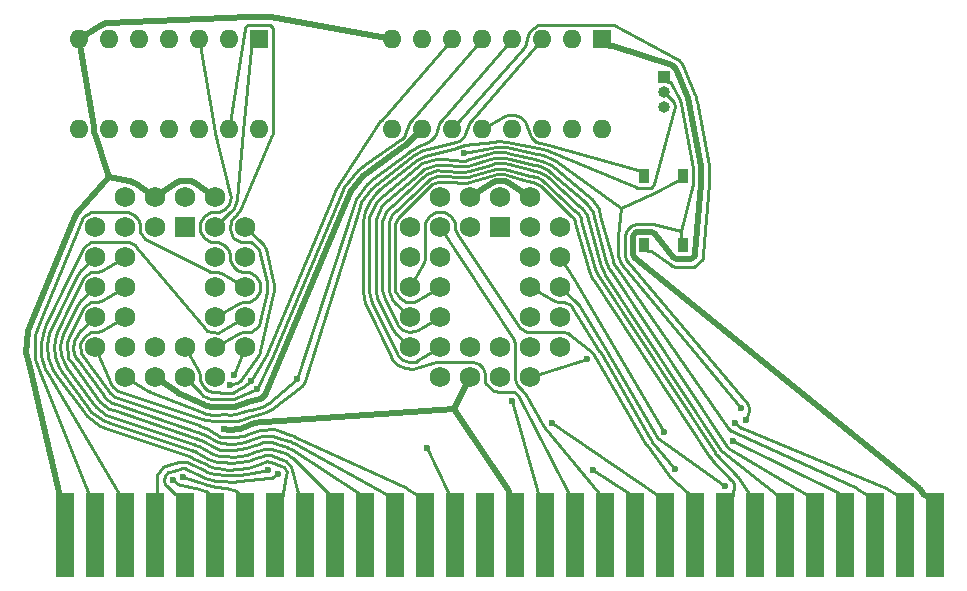
<source format=gtl>
G04 #@! TF.GenerationSoftware,KiCad,Pcbnew,(5.0.0)*
G04 #@! TF.CreationDate,2018-07-25T17:19:13+09:00*
G04 #@! TF.ProjectId,kazzo_akizuki_nrom,6B617A7A6F5F616B697A756B695F6E72,rev?*
G04 #@! TF.SameCoordinates,Original*
G04 #@! TF.FileFunction,Copper,L1,Top,Signal*
G04 #@! TF.FilePolarity,Positive*
%FSLAX46Y46*%
G04 Gerber Fmt 4.6, Leading zero omitted, Abs format (unit mm)*
G04 Created by KiCad (PCBNEW (5.0.0)) date 07/25/18 17:19:13*
%MOMM*%
%LPD*%
G01*
G04 APERTURE LIST*
G04 #@! TA.AperFunction,ComponentPad*
%ADD10R,1.000000X1.000000*%
G04 #@! TD*
G04 #@! TA.AperFunction,ComponentPad*
%ADD11O,1.000000X1.000000*%
G04 #@! TD*
G04 #@! TA.AperFunction,SMDPad,CuDef*
%ADD12R,1.524000X7.112000*%
G04 #@! TD*
G04 #@! TA.AperFunction,SMDPad,CuDef*
%ADD13R,0.900000X1.200000*%
G04 #@! TD*
G04 #@! TA.AperFunction,ComponentPad*
%ADD14R,1.600000X1.600000*%
G04 #@! TD*
G04 #@! TA.AperFunction,ComponentPad*
%ADD15O,1.600000X1.600000*%
G04 #@! TD*
G04 #@! TA.AperFunction,ComponentPad*
%ADD16R,1.750000X1.750000*%
G04 #@! TD*
G04 #@! TA.AperFunction,ComponentPad*
%ADD17C,1.750000*%
G04 #@! TD*
G04 #@! TA.AperFunction,ViaPad*
%ADD18C,0.600000*%
G04 #@! TD*
G04 #@! TA.AperFunction,Conductor*
%ADD19C,0.250000*%
G04 #@! TD*
G04 #@! TA.AperFunction,Conductor*
%ADD20C,0.500000*%
G04 #@! TD*
G04 APERTURE END LIST*
D10*
G04 #@! TO.P,J1,1*
G04 #@! TO.N,PA10*
X145860000Y-77406500D03*
D11*
G04 #@! TO.P,J1,2*
G04 #@! TO.N,VRAMA10*
X145860000Y-78676500D03*
G04 #@! TO.P,J1,3*
G04 #@! TO.N,PA11*
X145860000Y-79946500D03*
G04 #@! TD*
D12*
G04 #@! TO.P,J2,31*
G04 #@! TO.N,VCC*
X168846000Y-116141500D03*
G04 #@! TO.P,J2,32*
G04 #@! TO.N,PD3*
X166306000Y-116141500D03*
G04 #@! TO.P,J2,33*
G04 #@! TO.N,PD2*
X163766000Y-116141500D03*
G04 #@! TO.P,J2,34*
G04 #@! TO.N,PD1*
X161226000Y-116141500D03*
G04 #@! TO.P,J2,35*
G04 #@! TO.N,PD0*
X158686000Y-116141500D03*
G04 #@! TO.P,J2,36*
G04 #@! TO.N,PA0*
X156146000Y-116141500D03*
G04 #@! TO.P,J2,37*
G04 #@! TO.N,PA1*
X153606000Y-116141500D03*
G04 #@! TO.P,J2,38*
G04 #@! TO.N,PA2*
X151066000Y-116141500D03*
G04 #@! TO.P,J2,39*
G04 #@! TO.N,PA3*
X148526000Y-116141500D03*
G04 #@! TO.P,J2,40*
G04 #@! TO.N,PA4*
X145986000Y-116141500D03*
G04 #@! TO.P,J2,41*
G04 #@! TO.N,PA5*
X143446000Y-116141500D03*
G04 #@! TO.P,J2,42*
G04 #@! TO.N,PA6*
X140906000Y-116141500D03*
G04 #@! TO.P,J2,43*
G04 #@! TO.N,VRAMA10*
X138366000Y-116141500D03*
G04 #@! TO.P,J2,44*
G04 #@! TO.N,RD*
X135826000Y-116141500D03*
G04 #@! TO.P,J2,45*
G04 #@! TO.N,GND*
X133286000Y-116141500D03*
G04 #@! TO.P,J2,46*
G04 #@! TO.N,N/C*
X130746000Y-116141500D03*
G04 #@! TO.P,J2,47*
G04 #@! TO.N,RW*
X128206000Y-116141500D03*
G04 #@! TO.P,J2,48*
G04 #@! TO.N,A0*
X125666000Y-116141500D03*
G04 #@! TO.P,J2,49*
G04 #@! TO.N,A1*
X123126000Y-116141500D03*
G04 #@! TO.P,J2,50*
G04 #@! TO.N,A2*
X120586000Y-116141500D03*
G04 #@! TO.P,J2,51*
G04 #@! TO.N,A3*
X118046000Y-116141500D03*
G04 #@! TO.P,J2,52*
G04 #@! TO.N,A4*
X115506000Y-116141500D03*
G04 #@! TO.P,J2,53*
G04 #@! TO.N,A5*
X112966000Y-116141500D03*
G04 #@! TO.P,J2,54*
G04 #@! TO.N,A6*
X110426000Y-116141500D03*
G04 #@! TO.P,J2,55*
G04 #@! TO.N,A7*
X107886000Y-116141500D03*
G04 #@! TO.P,J2,56*
G04 #@! TO.N,A8*
X105346000Y-116141500D03*
G04 #@! TO.P,J2,57*
G04 #@! TO.N,A9*
X102806000Y-116141500D03*
G04 #@! TO.P,J2,58*
G04 #@! TO.N,A10*
X100266000Y-116141500D03*
G04 #@! TO.P,J2,59*
G04 #@! TO.N,A11*
X97726000Y-116141500D03*
G04 #@! TO.P,J2,60*
G04 #@! TO.N,GND*
X95186000Y-116141500D03*
G04 #@! TD*
D13*
G04 #@! TO.P,JP1,1*
G04 #@! TO.N,Net-(JP1-Pad1)*
X144146000Y-85725000D03*
G04 #@! TO.P,JP1,2*
G04 #@! TO.N,PA12*
X147446000Y-85725000D03*
G04 #@! TD*
G04 #@! TO.P,JP2,1*
G04 #@! TO.N,Net-(JP2-Pad1)*
X144210000Y-91630500D03*
G04 #@! TO.P,JP2,2*
G04 #@! TO.N,PA10*
X147510000Y-91630500D03*
G04 #@! TD*
D14*
G04 #@! TO.P,U1,1*
G04 #@! TO.N,VCC*
X140652000Y-74168000D03*
D15*
G04 #@! TO.P,U1,9*
G04 #@! TO.N,RW*
X122872000Y-81788000D03*
G04 #@! TO.P,U1,2*
G04 #@! TO.N,CK*
X138112000Y-74168000D03*
G04 #@! TO.P,U1,10*
G04 #@! TO.N,GND*
X125412000Y-81788000D03*
G04 #@! TO.P,U1,3*
G04 #@! TO.N,D0*
X135572000Y-74168000D03*
G04 #@! TO.P,U1,11*
G04 #@! TO.N,Net-(JP2-Pad1)*
X127952000Y-81788000D03*
G04 #@! TO.P,U1,4*
G04 #@! TO.N,D1*
X133032000Y-74168000D03*
G04 #@! TO.P,U1,12*
G04 #@! TO.N,Net-(JP1-Pad1)*
X130492000Y-81788000D03*
G04 #@! TO.P,U1,5*
G04 #@! TO.N,D4*
X130492000Y-74168000D03*
G04 #@! TO.P,U1,13*
G04 #@! TO.N,Net-(U1-Pad13)*
X133032000Y-81788000D03*
G04 #@! TO.P,U1,6*
G04 #@! TO.N,D5*
X127952000Y-74168000D03*
G04 #@! TO.P,U1,14*
G04 #@! TO.N,Net-(U1-Pad14)*
X135572000Y-81788000D03*
G04 #@! TO.P,U1,7*
G04 #@! TO.N,GND*
X125412000Y-74168000D03*
G04 #@! TO.P,U1,15*
G04 #@! TO.N,N/C*
X138112000Y-81788000D03*
G04 #@! TO.P,U1,8*
G04 #@! TO.N,GND*
X122872000Y-74168000D03*
G04 #@! TO.P,U1,16*
G04 #@! TO.N,VCC*
X140652000Y-81788000D03*
G04 #@! TD*
D16*
G04 #@! TO.P,U2,1*
G04 #@! TO.N,VCC*
X132016000Y-90043000D03*
D17*
G04 #@! TO.P,U2,3*
G04 #@! TO.N,GND*
X129476000Y-90043000D03*
G04 #@! TO.P,U2,31*
G04 #@! TO.N,WE*
X134556000Y-90043000D03*
G04 #@! TO.P,U2,29*
G04 #@! TO.N,Net-(U1-Pad13)*
X137096000Y-90043000D03*
G04 #@! TO.P,U2,2*
G04 #@! TO.N,GND*
X129476000Y-87503000D03*
G04 #@! TO.P,U2,4*
G04 #@! TO.N,PA12*
X126936000Y-87503000D03*
G04 #@! TO.P,U2,32*
G04 #@! TO.N,VCC*
X132016000Y-87503000D03*
G04 #@! TO.P,U2,30*
G04 #@! TO.N,GND*
X134556000Y-87503000D03*
G04 #@! TO.P,U2,6*
G04 #@! TO.N,PA6*
X126936000Y-90043000D03*
G04 #@! TO.P,U2,8*
G04 #@! TO.N,PA4*
X126936000Y-92583000D03*
G04 #@! TO.P,U2,10*
G04 #@! TO.N,PA2*
X126936000Y-95123000D03*
G04 #@! TO.P,U2,12*
G04 #@! TO.N,PA0*
X126936000Y-97663000D03*
G04 #@! TO.P,U2,5*
G04 #@! TO.N,PA7*
X124396000Y-90043000D03*
G04 #@! TO.P,U2,7*
G04 #@! TO.N,PA5*
X124396000Y-92583000D03*
G04 #@! TO.P,U2,9*
G04 #@! TO.N,PA3*
X124396000Y-95123000D03*
G04 #@! TO.P,U2,11*
G04 #@! TO.N,PA1*
X124396000Y-97663000D03*
G04 #@! TO.P,U2,13*
G04 #@! TO.N,PD0*
X124396000Y-100203000D03*
G04 #@! TO.P,U2,15*
G04 #@! TO.N,PD2*
X126936000Y-100203000D03*
G04 #@! TO.P,U2,17*
G04 #@! TO.N,PD3*
X129476000Y-100203000D03*
G04 #@! TO.P,U2,19*
G04 #@! TO.N,PD5*
X132016000Y-100203000D03*
G04 #@! TO.P,U2,22*
G04 #@! TO.N,PA13*
X134556000Y-100203000D03*
G04 #@! TO.P,U2,14*
G04 #@! TO.N,PD1*
X126936000Y-102743000D03*
G04 #@! TO.P,U2,16*
G04 #@! TO.N,GND*
X129476000Y-102743000D03*
G04 #@! TO.P,U2,18*
G04 #@! TO.N,PD4*
X132016000Y-102743000D03*
G04 #@! TO.P,U2,20*
G04 #@! TO.N,PD6*
X134556000Y-102743000D03*
G04 #@! TO.P,U2,24*
G04 #@! TO.N,RD*
X134556000Y-97663000D03*
G04 #@! TO.P,U2,26*
G04 #@! TO.N,PA9*
X134556000Y-95123000D03*
G04 #@! TO.P,U2,28*
G04 #@! TO.N,Net-(U1-Pad14)*
X134556000Y-92583000D03*
G04 #@! TO.P,U2,31*
G04 #@! TO.N,WE*
X134556000Y-90043000D03*
G04 #@! TO.P,U2,21*
G04 #@! TO.N,PD7*
X137096000Y-100203000D03*
G04 #@! TO.P,U2,23*
G04 #@! TO.N,PA10*
X137096000Y-97663000D03*
G04 #@! TO.P,U2,25*
G04 #@! TO.N,PA11*
X137096000Y-95123000D03*
G04 #@! TO.P,U2,27*
G04 #@! TO.N,PA8*
X137096000Y-92583000D03*
G04 #@! TO.P,U2,29*
G04 #@! TO.N,Net-(U1-Pad13)*
X137096000Y-90043000D03*
G04 #@! TD*
D16*
G04 #@! TO.P,U3,1*
G04 #@! TO.N,VCC*
X105346000Y-90106500D03*
D17*
G04 #@! TO.P,U3,3*
G04 #@! TO.N,GND*
X102806000Y-90106500D03*
G04 #@! TO.P,U3,31*
G04 #@! TO.N,RW*
X107886000Y-90106500D03*
G04 #@! TO.P,U3,29*
G04 #@! TO.N,A14*
X110426000Y-90106500D03*
G04 #@! TO.P,U3,2*
G04 #@! TO.N,GND*
X102806000Y-87566500D03*
G04 #@! TO.P,U3,4*
G04 #@! TO.N,A12*
X100266000Y-87566500D03*
G04 #@! TO.P,U3,32*
G04 #@! TO.N,VCC*
X105346000Y-87566500D03*
G04 #@! TO.P,U3,30*
G04 #@! TO.N,GND*
X107886000Y-87566500D03*
G04 #@! TO.P,U3,6*
G04 #@! TO.N,A6*
X100266000Y-90106500D03*
G04 #@! TO.P,U3,8*
G04 #@! TO.N,A4*
X100266000Y-92646500D03*
G04 #@! TO.P,U3,10*
G04 #@! TO.N,A2*
X100266000Y-95186500D03*
G04 #@! TO.P,U3,12*
G04 #@! TO.N,A0*
X100266000Y-97726500D03*
G04 #@! TO.P,U3,5*
G04 #@! TO.N,A7*
X97726000Y-90106500D03*
G04 #@! TO.P,U3,7*
G04 #@! TO.N,A5*
X97726000Y-92646500D03*
G04 #@! TO.P,U3,9*
G04 #@! TO.N,A3*
X97726000Y-95186500D03*
G04 #@! TO.P,U3,11*
G04 #@! TO.N,A1*
X97726000Y-97726500D03*
G04 #@! TO.P,U3,13*
G04 #@! TO.N,D0*
X97726000Y-100266500D03*
G04 #@! TO.P,U3,15*
G04 #@! TO.N,D2*
X100266000Y-100266500D03*
G04 #@! TO.P,U3,17*
G04 #@! TO.N,D3*
X102806000Y-100266500D03*
G04 #@! TO.P,U3,19*
G04 #@! TO.N,D5*
X105346000Y-100266500D03*
G04 #@! TO.P,U3,22*
G04 #@! TO.N,ROMSEL*
X107886000Y-100266500D03*
G04 #@! TO.P,U3,14*
G04 #@! TO.N,D1*
X100266000Y-102806500D03*
G04 #@! TO.P,U3,16*
G04 #@! TO.N,GND*
X102806000Y-102806500D03*
G04 #@! TO.P,U3,18*
G04 #@! TO.N,D4*
X105346000Y-102806500D03*
G04 #@! TO.P,U3,20*
G04 #@! TO.N,D6*
X107886000Y-102806500D03*
G04 #@! TO.P,U3,24*
G04 #@! TO.N,PRGOE*
X107886000Y-97726500D03*
G04 #@! TO.P,U3,26*
G04 #@! TO.N,A9*
X107886000Y-95186500D03*
G04 #@! TO.P,U3,28*
G04 #@! TO.N,A13*
X107886000Y-92646500D03*
G04 #@! TO.P,U3,31*
G04 #@! TO.N,RW*
X107886000Y-90106500D03*
G04 #@! TO.P,U3,21*
G04 #@! TO.N,D7*
X110426000Y-100266500D03*
G04 #@! TO.P,U3,23*
G04 #@! TO.N,A10*
X110426000Y-97726500D03*
G04 #@! TO.P,U3,25*
G04 #@! TO.N,A11*
X110426000Y-95186500D03*
G04 #@! TO.P,U3,27*
G04 #@! TO.N,A8*
X110426000Y-92646500D03*
G04 #@! TO.P,U3,29*
G04 #@! TO.N,A14*
X110426000Y-90106500D03*
G04 #@! TD*
D14*
G04 #@! TO.P,U4,1*
G04 #@! TO.N,RW*
X111570000Y-74168000D03*
D15*
G04 #@! TO.P,U4,8*
G04 #@! TO.N,CK*
X96330000Y-81788000D03*
G04 #@! TO.P,U4,2*
G04 #@! TO.N,RW*
X109030000Y-74168000D03*
G04 #@! TO.P,U4,9*
G04 #@! TO.N,F2*
X98870000Y-81788000D03*
G04 #@! TO.P,U4,3*
G04 #@! TO.N,PRGOE*
X106490000Y-74168000D03*
G04 #@! TO.P,U4,10*
G04 #@! TO.N,Net-(U4-Pad10)*
X101410000Y-81788000D03*
G04 #@! TO.P,U4,4*
G04 #@! TO.N,PRGOE*
X103950000Y-74168000D03*
G04 #@! TO.P,U4,11*
G04 #@! TO.N,Net-(U4-Pad10)*
X103950000Y-81788000D03*
G04 #@! TO.P,U4,5*
G04 #@! TO.N,PRGOE*
X101410000Y-74168000D03*
G04 #@! TO.P,U4,12*
G04 #@! TO.N,ROMSEL*
X106490000Y-81788000D03*
G04 #@! TO.P,U4,6*
G04 #@! TO.N,N/C*
X98870000Y-74168000D03*
G04 #@! TO.P,U4,13*
G04 #@! TO.N,ROMSEL*
X109030000Y-81788000D03*
G04 #@! TO.P,U4,7*
G04 #@! TO.N,GND*
X96330000Y-74168000D03*
G04 #@! TO.P,U4,14*
G04 #@! TO.N,VCC*
X111570000Y-81788000D03*
G04 #@! TD*
D18*
G04 #@! TO.N,PA10*
X152786800Y-106450700D03*
G04 #@! TO.N,PA11*
X151043600Y-111985400D03*
G04 #@! TO.N,PD6*
X139307100Y-101231300D03*
G04 #@! TO.N,PA12*
X152345000Y-105415000D03*
X128936500Y-83811600D03*
G04 #@! TO.N,PA9*
X146801600Y-110583900D03*
G04 #@! TO.N,PA8*
X145857600Y-107456900D03*
G04 #@! TO.N,D1*
X114763000Y-102926500D03*
G04 #@! TO.N,D4*
X111390800Y-103822000D03*
G04 #@! TO.N,D5*
X110898200Y-103096100D03*
G04 #@! TO.N,D7*
X109438500Y-102615700D03*
G04 #@! TO.N,A14*
X109142100Y-103429400D03*
G04 #@! TO.N,PD3*
X151905000Y-106672700D03*
G04 #@! TO.N,PD1*
X151684200Y-108149700D03*
G04 #@! TO.N,PA4*
X136360300Y-106658300D03*
G04 #@! TO.N,PA5*
X139812200Y-110642500D03*
G04 #@! TO.N,RD*
X132957200Y-104778000D03*
G04 #@! TO.N,GND*
X108590900Y-107161000D03*
G04 #@! TO.N,RW*
X125828100Y-108809800D03*
G04 #@! TO.N,A6*
X105122200Y-111223100D03*
G04 #@! TO.N,A7*
X104254200Y-111481000D03*
G04 #@! TO.N,A8*
X113160300Y-110964800D03*
G04 #@! TO.N,A9*
X112324200Y-110643100D03*
G04 #@! TD*
D19*
G04 #@! TO.N,PA10*
X144964500Y-89843800D02*
X147304000Y-90444100D01*
X144737000Y-89805400D02*
X144660000Y-89805300D01*
X144889900Y-89824700D02*
X144737000Y-89805400D01*
X144964500Y-89843800D02*
X144889900Y-89824700D01*
X143760000Y-89805300D02*
X144660000Y-89805300D01*
X142534800Y-90786800D02*
X142534800Y-91030500D01*
X142721300Y-90336500D02*
X142534800Y-90786800D01*
X143066000Y-89991800D02*
X142721300Y-90336500D01*
X143516300Y-89805300D02*
X143066000Y-89991800D01*
X143760000Y-89805300D02*
X143516300Y-89805300D01*
X142534800Y-92230500D02*
X142534800Y-91030500D01*
X142684000Y-92855400D02*
X142824100Y-93021200D01*
X142534800Y-92447600D02*
X142684000Y-92855400D01*
X142534800Y-92230500D02*
X142534800Y-92447600D01*
X152898900Y-104947100D02*
X142824100Y-93021200D01*
X153018100Y-105088200D02*
X152898900Y-104947100D01*
X153092500Y-105450100D02*
X153018100Y-105088200D01*
X153038500Y-105626800D02*
X153092500Y-105450100D01*
X152786800Y-106450700D02*
X153038500Y-105626800D01*
X146235000Y-77781500D02*
X145860000Y-77406500D01*
X146360000Y-77781500D02*
X146235000Y-77781500D01*
X146395700Y-77781500D02*
X146360000Y-77781500D01*
X146456300Y-77819200D02*
X146395700Y-77781500D01*
X146472100Y-77851200D02*
X146456300Y-77819200D01*
X147183300Y-79294500D02*
X146472100Y-77851200D01*
X147227900Y-79385000D02*
X147183300Y-79294500D01*
X147291600Y-79576400D02*
X147227900Y-79385000D01*
X147310100Y-79675500D02*
X147291600Y-79576400D01*
X148313900Y-85046900D02*
X147310100Y-79675500D01*
X148317500Y-85066200D02*
X148313900Y-85046900D01*
X148321100Y-85105400D02*
X148317500Y-85066200D01*
X148321100Y-85125000D02*
X148321100Y-85105400D01*
X148321100Y-86325000D02*
X148321100Y-85125000D01*
X148321100Y-86351100D02*
X148321100Y-86325000D01*
X148314700Y-86402800D02*
X148321100Y-86351100D01*
X148308400Y-86428100D02*
X148314700Y-86402800D01*
X147304000Y-90444100D02*
X148308400Y-86428100D01*
X147304000Y-91155500D02*
X147510000Y-91630500D01*
X147304000Y-91030500D02*
X147304000Y-91155500D01*
X147304000Y-90444100D02*
X147304000Y-91030500D01*
G04 #@! TO.N,VRAMA10*
X146493800Y-79272600D02*
X145860000Y-78676500D01*
X146681800Y-79449500D02*
X146493800Y-79272600D01*
X146820400Y-79946900D02*
X146681800Y-79449500D01*
X146750900Y-80195600D02*
X146820400Y-79946900D01*
X145005400Y-86439500D02*
X146750900Y-80195600D01*
X144966900Y-86577200D02*
X145005400Y-86439500D01*
X144739000Y-86750100D02*
X144966900Y-86577200D01*
X144596000Y-86750100D02*
X144739000Y-86750100D01*
X143696000Y-86750100D02*
X144596000Y-86750100D01*
X143654200Y-86750100D02*
X143696000Y-86750100D01*
X143572100Y-86733800D02*
X143654200Y-86750100D01*
X143533500Y-86717800D02*
X143572100Y-86733800D01*
X136144400Y-83662100D02*
X143533500Y-86717800D01*
X135510100Y-83451500D02*
X135290600Y-83412000D01*
X135938300Y-83576900D02*
X135510100Y-83451500D01*
X136144400Y-83662100D02*
X135938300Y-83576900D01*
X135280700Y-83410300D02*
X135290600Y-83412000D01*
X135236600Y-83401700D02*
X135280700Y-83410300D01*
X132966400Y-82929900D02*
X135236600Y-83401700D01*
X131842300Y-82820200D02*
X131467300Y-82864500D01*
X132596700Y-82853100D02*
X131842300Y-82820200D01*
X132966400Y-82929900D02*
X132596700Y-82853100D01*
X128962300Y-83160900D02*
X131467300Y-82864500D01*
X128962300Y-83160900D02*
X128856300Y-83174700D01*
X128845500Y-83176300D02*
X128856300Y-83174700D01*
X128700600Y-83212700D02*
X128655700Y-83234500D01*
X128796100Y-83183400D02*
X128700600Y-83212700D01*
X128845500Y-83176300D02*
X128796100Y-83183400D01*
X128584700Y-83269000D02*
X128655700Y-83234500D01*
X128436600Y-83323900D02*
X128584700Y-83269000D01*
X128360200Y-83343900D02*
X128436600Y-83323900D01*
X126006800Y-83961400D02*
X128360200Y-83343900D01*
X124943600Y-84406900D02*
X124642600Y-84648700D01*
X125633300Y-84059400D02*
X124943600Y-84406900D01*
X126006800Y-83961400D02*
X125633300Y-84059400D01*
X121858900Y-86885400D02*
X124642600Y-84648700D01*
X120345400Y-89588500D02*
X120345400Y-90043000D01*
X120546900Y-88702100D02*
X120345400Y-89588500D01*
X120939800Y-87882300D02*
X120546900Y-88702100D01*
X121504600Y-87170100D02*
X120939800Y-87882300D01*
X121858900Y-86885400D02*
X121504600Y-87170100D01*
X120345400Y-95123000D02*
X120345400Y-90043000D01*
X120547800Y-96466900D02*
X120745100Y-96877500D01*
X120345400Y-95578600D02*
X120547800Y-96466900D01*
X120345400Y-95123000D02*
X120345400Y-95578600D01*
X122728400Y-101004400D02*
X120745100Y-96877500D01*
X124571000Y-102073300D02*
X124884200Y-101987600D01*
X123923700Y-102021100D02*
X124571000Y-102073300D01*
X123332800Y-101751600D02*
X123923700Y-102021100D01*
X122869000Y-101297100D02*
X123332800Y-101751600D01*
X122728400Y-101004400D02*
X122869000Y-101297100D01*
X126600900Y-101518000D02*
X124884200Y-101987600D01*
X126682800Y-101495600D02*
X126600900Y-101518000D01*
X126851100Y-101473000D02*
X126682800Y-101495600D01*
X126936000Y-101473000D02*
X126851100Y-101473000D01*
X129476000Y-101473000D02*
X126936000Y-101473000D01*
X129728600Y-101473000D02*
X129476000Y-101473000D01*
X130195400Y-101666300D02*
X129728600Y-101473000D01*
X130552700Y-102023600D02*
X130195400Y-101666300D01*
X130746000Y-102490400D02*
X130552700Y-102023600D01*
X130746000Y-102743000D02*
X130746000Y-102490400D01*
X131453800Y-103991200D02*
X131964400Y-104012000D01*
X130746000Y-103254000D02*
X131453800Y-103991200D01*
X130746000Y-102743000D02*
X130746000Y-103254000D01*
X132986600Y-104053500D02*
X131964400Y-104012000D01*
X133183100Y-104061500D02*
X132986600Y-104053500D01*
X133514200Y-104273800D02*
X133183100Y-104061500D01*
X133603400Y-104449100D02*
X133514200Y-104273800D01*
X137715400Y-112528800D02*
X133603400Y-104449100D01*
X137722100Y-112542000D02*
X137715400Y-112528800D01*
X137729000Y-112570700D02*
X137722100Y-112542000D01*
X137729000Y-112585500D02*
X137729000Y-112570700D01*
X137729000Y-112710500D02*
X137729000Y-112585500D01*
X138366000Y-116141500D02*
X137729000Y-112710500D01*
G04 #@! TO.N,PA11*
X138363600Y-96315300D02*
X137096000Y-95123000D01*
X138453800Y-96400100D02*
X138363600Y-96315300D01*
X138609900Y-96592200D02*
X138453800Y-96400100D01*
X138674500Y-96697800D02*
X138609900Y-96592200D01*
X140864300Y-100279100D02*
X138674500Y-96697800D01*
X140886800Y-100316900D02*
X140864300Y-100279100D01*
X145230100Y-107820200D02*
X140886800Y-100316900D01*
X145376300Y-108004900D02*
X145440800Y-108050300D01*
X145269600Y-107888500D02*
X145376300Y-108004900D01*
X145230100Y-107820200D02*
X145269600Y-107888500D01*
X151043600Y-111985400D02*
X145440800Y-108050300D01*
G04 #@! TO.N,PD6*
X134556000Y-102743000D02*
X139307100Y-101231300D01*
G04 #@! TO.N,PA12*
X144999600Y-87212800D02*
X142225000Y-88474000D01*
X144999600Y-87212800D02*
X145043000Y-87191700D01*
X146938700Y-86213900D02*
X145043000Y-87191700D01*
X146952000Y-86207100D02*
X146938700Y-86213900D01*
X146981000Y-86200000D02*
X146952000Y-86207100D01*
X146996000Y-86200000D02*
X146981000Y-86200000D01*
X147121000Y-86200000D02*
X146996000Y-86200000D01*
X147446000Y-85725000D02*
X147121000Y-86200000D01*
X136690000Y-84517600D02*
X142225000Y-88474000D01*
X135606100Y-83963200D02*
X135204500Y-83891100D01*
X136358000Y-84280300D02*
X135606100Y-83963200D01*
X136690000Y-84517600D02*
X136358000Y-84280300D01*
X135194700Y-83889300D02*
X135204500Y-83891100D01*
X135112100Y-83872800D02*
X135194700Y-83889300D01*
X132923200Y-83390000D02*
X135112100Y-83872800D01*
X131635600Y-83286100D02*
X131211000Y-83368700D01*
X132500800Y-83296800D02*
X131635600Y-83286100D01*
X132923200Y-83390000D02*
X132500800Y-83296800D01*
X128936500Y-83811600D02*
X131211000Y-83368700D01*
X142391100Y-93360900D02*
X152345000Y-105415000D01*
X142194100Y-93122300D02*
X142391100Y-93360900D01*
X141984700Y-92539900D02*
X142194100Y-93122300D01*
X141984700Y-92230500D02*
X141984700Y-92539900D01*
X141984700Y-91030500D02*
X141984700Y-92230500D01*
X141984700Y-90987400D02*
X141984700Y-91030500D01*
X141988800Y-90901400D02*
X141984700Y-90987400D01*
X141993000Y-90858600D02*
X141988800Y-90901400D01*
X142225000Y-88474000D02*
X141993000Y-90858600D01*
G04 #@! TO.N,PA9*
X144877600Y-108272800D02*
X146801600Y-110583900D01*
X144843000Y-108231200D02*
X144877600Y-108272800D01*
X144781100Y-108142500D02*
X144843000Y-108231200D01*
X144754000Y-108095700D02*
X144781100Y-108142500D01*
X140410700Y-100592500D02*
X144754000Y-108095700D01*
X140410700Y-100592500D02*
X140390200Y-100558300D01*
X138174700Y-96992700D02*
X140390200Y-100558300D01*
X137425300Y-96393000D02*
X137096000Y-96393000D01*
X138000900Y-96713000D02*
X137425300Y-96393000D01*
X138174700Y-96992700D02*
X138000900Y-96713000D01*
X136928800Y-96393000D02*
X137096000Y-96393000D01*
X136605800Y-96306500D02*
X136928800Y-96393000D01*
X136461000Y-96222900D02*
X136605800Y-96306500D01*
X134556000Y-95123000D02*
X136461000Y-96222900D01*
G04 #@! TO.N,PA8*
X138216700Y-94464000D02*
X145857600Y-107456900D01*
X138212900Y-94457500D02*
X138216700Y-94464000D01*
X137096000Y-92583000D02*
X138212900Y-94457500D01*
G04 #@! TO.N,ROMSEL*
X110239200Y-74365000D02*
X109030000Y-81788000D01*
X110239200Y-74365000D02*
X110248800Y-74291900D01*
X110347100Y-73325000D02*
X110248800Y-74291900D01*
X110363600Y-73162200D02*
X110347100Y-73325000D01*
X110606400Y-72942900D02*
X110363600Y-73162200D01*
X110770000Y-72942900D02*
X110606400Y-72942900D01*
X112370000Y-72942900D02*
X110770000Y-72942900D01*
X112546100Y-72942900D02*
X112370000Y-72942900D01*
X112795100Y-73191900D02*
X112546100Y-72942900D01*
X112795100Y-73368000D02*
X112795100Y-73191900D01*
X112795100Y-81788000D02*
X112795100Y-73368000D01*
X112795100Y-81913200D02*
X112795100Y-81788000D01*
X112744500Y-82158300D02*
X112795100Y-81913200D01*
X112694900Y-82273200D02*
X112744500Y-82158300D01*
X110015400Y-88485000D02*
X112694900Y-82273200D01*
X109937800Y-88665000D02*
X110015400Y-88485000D01*
X109724300Y-88993800D02*
X109937800Y-88665000D01*
X109591500Y-89137900D02*
X109724300Y-88993800D01*
X109492000Y-89245900D02*
X109591500Y-89137900D01*
X110047800Y-91376500D02*
X110426000Y-91376500D01*
X109414700Y-90962800D02*
X110047800Y-91376500D01*
X109111000Y-90270000D02*
X109414700Y-90962800D01*
X109235700Y-89524000D02*
X109111000Y-90270000D01*
X109492000Y-89245900D02*
X109235700Y-89524000D01*
X110868200Y-91376500D02*
X110426000Y-91376500D01*
X111561400Y-91925900D02*
X110868200Y-91376500D01*
X111662400Y-92356400D02*
X111561400Y-91925900D01*
X112227300Y-94763900D02*
X111662400Y-92356400D01*
X112276200Y-94972400D02*
X112227300Y-94763900D01*
X112276200Y-95400600D02*
X112276200Y-94972400D01*
X112227300Y-95609100D02*
X112276200Y-95400600D01*
X111662400Y-98016600D02*
X112227300Y-95609100D01*
X111561400Y-98447100D02*
X111662400Y-98016600D01*
X110868200Y-98996500D02*
X111561400Y-98447100D01*
X110426000Y-98996500D02*
X110868200Y-98996500D01*
X109935800Y-99083000D02*
X109791000Y-99166600D01*
X110258800Y-98996500D02*
X109935800Y-99083000D01*
X110426000Y-98996500D02*
X110258800Y-98996500D01*
X107886000Y-100266500D02*
X109791000Y-99166600D01*
G04 #@! TO.N,D0*
X99076300Y-103330800D02*
X97726000Y-100266500D01*
X99595400Y-103953900D02*
X99857100Y-104040600D01*
X99187500Y-103583100D02*
X99595400Y-103953900D01*
X99076300Y-103330800D02*
X99187500Y-103583100D01*
X106723300Y-106315700D02*
X99857100Y-104040600D01*
X107842100Y-106522600D02*
X108221500Y-106488000D01*
X107085000Y-106435500D02*
X107842100Y-106522600D01*
X106723300Y-106315700D02*
X107085000Y-106435500D01*
X108527000Y-106460200D02*
X108221500Y-106488000D01*
X108568700Y-106456500D02*
X108527000Y-106460200D01*
X108652300Y-106458800D02*
X108568700Y-106456500D01*
X108693700Y-106464900D02*
X108652300Y-106458800D01*
X109697000Y-106465900D02*
X110019200Y-106369800D01*
X109026300Y-106514000D02*
X109697000Y-106465900D01*
X108693700Y-106464900D02*
X109026300Y-106514000D01*
X110965300Y-106087500D02*
X110019200Y-106369800D01*
X111065000Y-106059000D02*
X110965300Y-106087500D01*
X111939300Y-105818800D02*
X111065000Y-106059000D01*
X112493600Y-105586200D02*
X112653100Y-105463600D01*
X112133300Y-105765500D02*
X112493600Y-105586200D01*
X111939300Y-105818800D02*
X112133300Y-105765500D01*
X115205000Y-103501300D02*
X112653100Y-105463600D01*
X115421200Y-103250400D02*
X115454700Y-103144000D01*
X115293400Y-103433300D02*
X115421200Y-103250400D01*
X115205000Y-103501300D02*
X115293400Y-103433300D01*
X120007100Y-88663200D02*
X115454700Y-103144000D01*
X120218300Y-87991400D02*
X120007100Y-88663200D01*
X121023200Y-86835700D02*
X120218300Y-87991400D01*
X121580100Y-86404700D02*
X121023200Y-86835700D01*
X124397900Y-84223800D02*
X121580100Y-86404700D01*
X124735000Y-83962900D02*
X124397900Y-84223800D01*
X125501200Y-83589100D02*
X124735000Y-83962900D01*
X125914300Y-83484100D02*
X125501200Y-83589100D01*
X128233300Y-82894600D02*
X125914300Y-83484100D01*
X128915600Y-82460000D02*
X129016000Y-82202300D01*
X128501300Y-82826500D02*
X128915600Y-82460000D01*
X128233300Y-82894600D02*
X128501300Y-82826500D01*
X129350400Y-81343500D02*
X129016000Y-82202300D01*
X129389500Y-81243100D02*
X129350400Y-81343500D01*
X129501500Y-81059000D02*
X129389500Y-81243100D01*
X129572700Y-80978200D02*
X129501500Y-81059000D01*
X135572000Y-74168000D02*
X129572700Y-80978200D01*
G04 #@! TO.N,D1*
X112384200Y-104975400D02*
X114763000Y-102926500D01*
X112258300Y-105083800D02*
X112384200Y-104975400D01*
X111965600Y-105241200D02*
X112258300Y-105083800D01*
X111805800Y-105286500D02*
X111965600Y-105241200D01*
X110880700Y-105548700D02*
X111805800Y-105286500D01*
X110880700Y-105548700D02*
X110743500Y-105589500D01*
X109900300Y-105853300D02*
X110743500Y-105589500D01*
X109626600Y-105938900D02*
X109900300Y-105853300D01*
X109054700Y-105983700D02*
X109626600Y-105938900D01*
X108771000Y-105941800D02*
X109054700Y-105983700D01*
X108578600Y-105926900D02*
X108514300Y-105931000D01*
X108707300Y-105932400D02*
X108578600Y-105926900D01*
X108771000Y-105941800D02*
X108707300Y-105932400D01*
X108082300Y-105957900D02*
X108514300Y-105931000D01*
X107737000Y-105979400D02*
X108082300Y-105957900D01*
X107053500Y-105871900D02*
X107737000Y-105979400D01*
X106731500Y-105745400D02*
X107053500Y-105871900D01*
X102330600Y-104016600D02*
X106731500Y-105745400D01*
X102281300Y-103997200D02*
X102330600Y-104016600D01*
X102186000Y-103950500D02*
X102281300Y-103997200D01*
X102140500Y-103923400D02*
X102186000Y-103950500D01*
X100266000Y-102806500D02*
X102140500Y-103923400D01*
X119500400Y-88441800D02*
X114763000Y-102926500D01*
X119748300Y-87684100D02*
X119500400Y-88441800D01*
X120678900Y-86389400D02*
X119748300Y-87684100D01*
X121318100Y-85913000D02*
X120678900Y-86389400D01*
X124168100Y-83789000D02*
X121318100Y-85913000D01*
X124342500Y-83658900D02*
X124168100Y-83789000D01*
X124714200Y-83432800D02*
X124342500Y-83658900D01*
X124909900Y-83337600D02*
X124714200Y-83432800D01*
X125925500Y-82843600D02*
X124909900Y-83337600D01*
X126444200Y-82393600D02*
X126520700Y-82173700D01*
X126134900Y-82741700D02*
X126444200Y-82393600D01*
X125925500Y-82843600D02*
X126134900Y-82741700D01*
X126794900Y-81385500D02*
X126520700Y-82173700D01*
X126834000Y-81273100D02*
X126794900Y-81385500D01*
X126954000Y-81067500D02*
X126834000Y-81273100D01*
X127032700Y-80978200D02*
X126954000Y-81067500D01*
X133032000Y-74168000D02*
X127032700Y-80978200D01*
G04 #@! TO.N,D4*
X112592900Y-101298900D02*
X111390800Y-103822000D01*
X112592900Y-101298900D02*
X112637800Y-101198900D01*
X118405600Y-87517600D02*
X112637800Y-101198900D01*
X118766700Y-86660900D02*
X118405600Y-87517600D01*
X119940300Y-85218600D02*
X118766700Y-86660900D01*
X120705700Y-84690900D02*
X119940300Y-85218600D01*
X123530600Y-82743200D02*
X120705700Y-84690900D01*
X123899600Y-82356000D02*
X123961500Y-82186700D01*
X123679000Y-82640900D02*
X123899600Y-82356000D01*
X123530600Y-82743200D02*
X123679000Y-82640900D01*
X124261500Y-81367000D02*
X123961500Y-82186700D01*
X124300700Y-81259900D02*
X124261500Y-81367000D01*
X124417300Y-81063800D02*
X124300700Y-81259900D01*
X124492700Y-80978200D02*
X124417300Y-81063800D01*
X130492000Y-74168000D02*
X124492700Y-80978200D01*
X109619100Y-104565700D02*
X111390800Y-103822000D01*
X109463600Y-104631100D02*
X109619100Y-104565700D01*
X109128900Y-104673300D02*
X109463600Y-104631100D01*
X108962000Y-104648600D02*
X109128900Y-104673300D01*
X108643800Y-104619700D02*
X108537300Y-104621900D01*
X108856600Y-104633000D02*
X108643800Y-104619700D01*
X108962000Y-104648600D02*
X108856600Y-104633000D01*
X107924600Y-104634800D02*
X108537300Y-104621900D01*
X107542100Y-104642800D02*
X107924600Y-104634800D01*
X106834900Y-104351000D02*
X107542100Y-104642800D01*
X106569400Y-104075600D02*
X106834900Y-104351000D01*
X105346000Y-102806500D02*
X106569400Y-104075600D01*
G04 #@! TO.N,D5*
X112017100Y-101210800D02*
X110898200Y-103096100D01*
X112106400Y-101043500D02*
X112130900Y-100985200D01*
X112049400Y-101156400D02*
X112106400Y-101043500D01*
X112017100Y-101210800D02*
X112049400Y-101156400D01*
X117898700Y-87303900D02*
X112130900Y-100985200D01*
X118025800Y-87002300D02*
X117898700Y-87303900D01*
X118334900Y-86425300D02*
X118025800Y-87002300D01*
X118515500Y-86152300D02*
X118334900Y-86425300D01*
X121850300Y-81112000D02*
X118515500Y-86152300D01*
X121873600Y-81076800D02*
X121850300Y-81112000D01*
X121924800Y-81009800D02*
X121873600Y-81076800D01*
X121952700Y-80978200D02*
X121924800Y-81009800D01*
X127952000Y-74168000D02*
X121952700Y-80978200D01*
X110215800Y-103622800D02*
X110898200Y-103096100D01*
X110177500Y-103652400D02*
X110215800Y-103622800D01*
X110096700Y-103705500D02*
X110177500Y-103652400D01*
X110054400Y-103728900D02*
X110096700Y-103705500D01*
X109482800Y-104045100D02*
X110054400Y-103728900D01*
X109381500Y-104101100D02*
X109482800Y-104045100D01*
X109153800Y-104142400D02*
X109381500Y-104101100D01*
X109039300Y-104125500D02*
X109153800Y-104142400D01*
X108752700Y-104095300D02*
X108656600Y-104093300D01*
X108944200Y-104111500D02*
X108752700Y-104095300D01*
X109039300Y-104125500D02*
X108944200Y-104111500D01*
X107858800Y-104076200D02*
X108656600Y-104093300D01*
X107609800Y-104070900D02*
X107858800Y-104076200D01*
X107152600Y-103872900D02*
X107609800Y-104070900D01*
X106804200Y-103516900D02*
X107152600Y-103872900D01*
X106616000Y-103055600D02*
X106804200Y-103516900D01*
X106616000Y-102806500D02*
X106616000Y-103055600D01*
X106529500Y-102316300D02*
X106445900Y-102171500D01*
X106616000Y-102639300D02*
X106529500Y-102316300D01*
X106616000Y-102806500D02*
X106616000Y-102639300D01*
X105346000Y-100266500D02*
X106445900Y-102171500D01*
G04 #@! TO.N,D7*
X110426000Y-100266500D02*
X109438500Y-102615700D01*
G04 #@! TO.N,A14*
X109605100Y-103319900D02*
X109142100Y-103429400D01*
X109948500Y-103145300D02*
X110024800Y-103039700D01*
X109731900Y-103289900D02*
X109948500Y-103145300D01*
X109605100Y-103319900D02*
X109731900Y-103289900D01*
X111479500Y-101028400D02*
X110024800Y-103039700D01*
X111666500Y-100678000D02*
X111695200Y-100548100D01*
X111557400Y-100920600D02*
X111666500Y-100678000D01*
X111479500Y-101028400D02*
X111557400Y-100920600D01*
X112769300Y-95706300D02*
X111695200Y-100548100D01*
X112826300Y-94923500D02*
X112769300Y-94666700D01*
X112826300Y-95449500D02*
X112826300Y-94923500D01*
X112769300Y-95706300D02*
X112826300Y-95449500D01*
X112232300Y-92245800D02*
X112769300Y-94666700D01*
X111896500Y-91489600D02*
X111693600Y-91298800D01*
X112172000Y-91973900D02*
X111896500Y-91489600D01*
X112232300Y-92245800D02*
X112172000Y-91973900D01*
X110426000Y-90106500D02*
X111693600Y-91298800D01*
D20*
G04 #@! TO.N,VCC*
X141202000Y-74718000D02*
X140652000Y-74168000D01*
X141452000Y-74718000D02*
X141202000Y-74718000D01*
X141472000Y-74718000D02*
X141452000Y-74718000D01*
X141511500Y-74724300D02*
X141472000Y-74718000D01*
X141530500Y-74730600D02*
X141511500Y-74724300D01*
X146532700Y-76384200D02*
X141530500Y-74730600D01*
X146647900Y-76422300D02*
X146532700Y-76384200D01*
X146824900Y-76588400D02*
X146647900Y-76422300D01*
X146870200Y-76700900D02*
X146824900Y-76588400D01*
X147854400Y-79142600D02*
X146870200Y-76700900D01*
X147894300Y-79241600D02*
X147854400Y-79142600D01*
X147954100Y-79446600D02*
X147894300Y-79241600D01*
X147973700Y-79551500D02*
X147954100Y-79446600D01*
X148977500Y-84922900D02*
X147973700Y-79551500D01*
X148986800Y-84972900D02*
X148977500Y-84922900D01*
X148996200Y-85074200D02*
X148986800Y-84972900D01*
X148996200Y-85125000D02*
X148996200Y-85074200D01*
X148996200Y-86325000D02*
X148996200Y-85125000D01*
X148996200Y-86347700D02*
X148996200Y-86325000D01*
X148994400Y-86393000D02*
X148996200Y-86347700D01*
X148992500Y-86415600D02*
X148994400Y-86393000D01*
X148508200Y-92275800D02*
X148992500Y-86415600D01*
X148490600Y-92489800D02*
X148508200Y-92275800D01*
X148174700Y-92780600D02*
X148490600Y-92489800D01*
X147960000Y-92780600D02*
X148174700Y-92780600D01*
X147060000Y-92780600D02*
X147960000Y-92780600D01*
X146936100Y-92780600D02*
X147060000Y-92780600D01*
X146712300Y-92674400D02*
X146936100Y-92780600D01*
X146633900Y-92578400D02*
X146712300Y-92674400D01*
X145086100Y-90682600D02*
X146633900Y-92578400D01*
X144783900Y-90480400D02*
X144660000Y-90480400D01*
X145007700Y-90586600D02*
X144783900Y-90480400D01*
X145086100Y-90682600D02*
X145007700Y-90586600D01*
X143760000Y-90480400D02*
X144660000Y-90480400D01*
X143209900Y-90802600D02*
X143209900Y-91030500D01*
X143532100Y-90480400D02*
X143209900Y-90802600D01*
X143760000Y-90480400D02*
X143532100Y-90480400D01*
X143209900Y-92230500D02*
X143209900Y-91030500D01*
X143316700Y-92579100D02*
X143413100Y-92657400D01*
X143209900Y-92354700D02*
X143316700Y-92579100D01*
X143209900Y-92230500D02*
X143209900Y-92354700D01*
X167414900Y-112158600D02*
X143413100Y-92657400D01*
X167438900Y-112178100D02*
X167414900Y-112158600D01*
X167482200Y-112222200D02*
X167438900Y-112178100D01*
X167501200Y-112246500D02*
X167482200Y-112222200D01*
X167887100Y-112739600D02*
X167501200Y-112246500D01*
X168026300Y-112835500D02*
X168084000Y-112835500D01*
X167922600Y-112785000D02*
X168026300Y-112835500D01*
X167887100Y-112739600D02*
X167922600Y-112785000D01*
X168334000Y-112835500D02*
X168084000Y-112835500D01*
X168846000Y-116141500D02*
X168334000Y-112835500D01*
D19*
G04 #@! TO.N,PD3*
X165669000Y-112710500D02*
X166306000Y-116141500D01*
X165544000Y-112710500D02*
X165669000Y-112710500D01*
X165526000Y-112710500D02*
X165544000Y-112710500D01*
X165491400Y-112700400D02*
X165526000Y-112710500D01*
X165476300Y-112690600D02*
X165491400Y-112700400D01*
X164758200Y-112228100D02*
X165476300Y-112690600D01*
X164708900Y-112200300D02*
X164691400Y-112193100D01*
X164742300Y-112217900D02*
X164708900Y-112200300D01*
X164758200Y-112228100D02*
X164742300Y-112217900D01*
X152508100Y-107120100D02*
X164691400Y-112193100D01*
X152460800Y-107100500D02*
X152508100Y-107120100D01*
X152372800Y-107048200D02*
X152460800Y-107100500D01*
X152332900Y-107016200D02*
X152372800Y-107048200D01*
X151905000Y-106672700D02*
X152332900Y-107016200D01*
G04 #@! TO.N,PD2*
X163129000Y-112710500D02*
X163766000Y-116141500D01*
X163004000Y-112710500D02*
X163129000Y-112710500D01*
X162986000Y-112710500D02*
X163004000Y-112710500D01*
X162951400Y-112700400D02*
X162986000Y-112710500D01*
X162936300Y-112690600D02*
X162951400Y-112700400D01*
X162218200Y-112228100D02*
X162936300Y-112690600D01*
X162179900Y-112205900D02*
X162166500Y-112199700D01*
X162205800Y-112220100D02*
X162179900Y-112205900D01*
X162218200Y-112228100D02*
X162205800Y-112220100D01*
X151988600Y-107491600D02*
X162166500Y-112199700D01*
X151988600Y-107491600D02*
X151959600Y-107478900D01*
X151629600Y-107343500D02*
X151959600Y-107478900D01*
X151533200Y-107303900D02*
X151629600Y-107343500D01*
X151370400Y-107173600D02*
X151533200Y-107303900D01*
X151310700Y-107088200D02*
X151370400Y-107173600D01*
X141854200Y-93563000D02*
X151310700Y-107088200D01*
X141741800Y-93402100D02*
X141854200Y-93563000D01*
X141574000Y-93047300D02*
X141741800Y-93402100D01*
X141521000Y-92858300D02*
X141574000Y-93047300D01*
X140466500Y-89097900D02*
X141521000Y-92858300D01*
X139748800Y-87698600D02*
X139342800Y-87358700D01*
X140323500Y-88588100D02*
X139748800Y-87698600D01*
X140466500Y-89097900D02*
X140323500Y-88588100D01*
X136599100Y-85062100D02*
X139342800Y-87358700D01*
X135527500Y-84443400D02*
X135118500Y-84370000D01*
X136280400Y-84795400D02*
X135527500Y-84443400D01*
X136599100Y-85062100D02*
X136280400Y-84795400D01*
X135108700Y-84368200D02*
X135118500Y-84370000D01*
X134975100Y-84340600D02*
X135108700Y-84368200D01*
X132870600Y-83848500D02*
X134975100Y-84340600D01*
X131445200Y-83762700D02*
X130984300Y-83894500D01*
X132403800Y-83739300D02*
X131445200Y-83762700D01*
X132870600Y-83848500D02*
X132403800Y-83739300D01*
X129113100Y-84429400D02*
X130984300Y-83894500D01*
X129059500Y-84444800D02*
X129113100Y-84429400D01*
X128948500Y-84456500D02*
X129059500Y-84444800D01*
X128892800Y-84452700D02*
X128948500Y-84456500D01*
X127151800Y-84334100D02*
X128892800Y-84452700D01*
X125373000Y-84670700D02*
X124902000Y-85063500D01*
X126539900Y-84292400D02*
X125373000Y-84670700D01*
X127151800Y-84334100D02*
X126539900Y-84292400D01*
X122154300Y-87354400D02*
X124902000Y-85063500D01*
X120895500Y-89264100D02*
X120895500Y-90043000D01*
X121556000Y-87853200D02*
X120895500Y-89264100D01*
X122154300Y-87354400D02*
X121556000Y-87853200D01*
X120895500Y-95123000D02*
X120895500Y-90043000D01*
X121070400Y-96284400D02*
X121240900Y-96639200D01*
X120895500Y-95516700D02*
X121070400Y-96284400D01*
X120895500Y-95123000D02*
X120895500Y-95516700D01*
X123224200Y-100766100D02*
X121240900Y-96639200D01*
X124826300Y-101460000D02*
X125061500Y-101319900D01*
X124282900Y-101526800D02*
X124826300Y-101460000D01*
X123758700Y-101368800D02*
X124282900Y-101526800D01*
X123342800Y-101012800D02*
X123758700Y-101368800D01*
X123224200Y-100766100D02*
X123342800Y-101012800D01*
X126936000Y-100203000D02*
X125061500Y-101319900D01*
G04 #@! TO.N,PD1*
X160589000Y-112710500D02*
X161226000Y-116141500D01*
X160589000Y-112585500D02*
X160589000Y-112710500D01*
X160551100Y-112488900D02*
X160518900Y-112473200D01*
X160589000Y-112549700D02*
X160551100Y-112488900D01*
X160589000Y-112585500D02*
X160589000Y-112549700D01*
X151684200Y-108149700D02*
X160518900Y-112473200D01*
G04 #@! TO.N,PD0*
X158049000Y-112710500D02*
X158686000Y-116141500D01*
X157924000Y-112710500D02*
X158049000Y-112710500D01*
X157906000Y-112710500D02*
X157924000Y-112710500D01*
X157871400Y-112700400D02*
X157906000Y-112710500D01*
X157856300Y-112690600D02*
X157871400Y-112700400D01*
X157138200Y-112228100D02*
X157856300Y-112690600D01*
X157138200Y-112228100D02*
X157124900Y-112219900D01*
X151314300Y-108773300D02*
X157124900Y-112219900D01*
X151243500Y-108731300D02*
X151314300Y-108773300D01*
X151124200Y-108617700D02*
X151243500Y-108731300D01*
X151078900Y-108548900D02*
X151124200Y-108617700D01*
X141359600Y-93813800D02*
X151078900Y-108548900D01*
X141236800Y-93627600D02*
X141359600Y-93813800D01*
X141051500Y-93221700D02*
X141236800Y-93627600D01*
X140991300Y-93006900D02*
X141051500Y-93221700D01*
X139936800Y-89246400D02*
X140991300Y-93006900D01*
X139356500Y-88098200D02*
X139029600Y-87814500D01*
X139819900Y-88829600D02*
X139356500Y-88098200D01*
X139936800Y-89246400D02*
X139819900Y-88829600D01*
X136323200Y-85466300D02*
X139029600Y-87814500D01*
X135391000Y-84913300D02*
X135032500Y-84848900D01*
X136048100Y-85227600D02*
X135391000Y-84913300D01*
X136323200Y-85466300D02*
X136048100Y-85227600D01*
X135022700Y-84847200D02*
X135032500Y-84848900D01*
X134824800Y-84804900D02*
X135022700Y-84847200D01*
X132808000Y-84305400D02*
X134824800Y-84804900D01*
X131514500Y-84218200D02*
X131096300Y-84339800D01*
X132385300Y-84200700D02*
X131514500Y-84218200D01*
X132808000Y-84305400D02*
X132385300Y-84200700D01*
X129246500Y-84877700D02*
X131096300Y-84339800D01*
X129155400Y-84904100D02*
X129246500Y-84877700D01*
X128966800Y-84925400D02*
X129155400Y-84904100D01*
X128872100Y-84919900D02*
X128966800Y-84925400D01*
X127092100Y-84816500D02*
X128872100Y-84919900D01*
X125572900Y-85124000D02*
X125175600Y-85467700D01*
X126567700Y-84786000D02*
X125572900Y-85124000D01*
X127092100Y-84816500D02*
X126567700Y-84786000D01*
X122465900Y-87811500D02*
X125175600Y-85467700D01*
X121445600Y-89400500D02*
X121445600Y-90043000D01*
X121979900Y-88231800D02*
X121445600Y-89400500D01*
X122465900Y-87811500D02*
X121979900Y-88231800D01*
X121445600Y-95123000D02*
X121445600Y-90043000D01*
X121593000Y-96101900D02*
X121736700Y-96401000D01*
X121445600Y-95454800D02*
X121593000Y-96101900D01*
X121445600Y-95123000D02*
X121445600Y-95454800D01*
X122728400Y-98464400D02*
X121736700Y-96401000D01*
X123004000Y-98893700D02*
X123128400Y-99010700D01*
X122802300Y-98618300D02*
X123004000Y-98893700D01*
X122728400Y-98464400D02*
X122802300Y-98618300D01*
X124396000Y-100203000D02*
X123128400Y-99010700D01*
G04 #@! TO.N,PA0*
X155509000Y-112710500D02*
X156146000Y-116141500D01*
X155384000Y-112710500D02*
X155509000Y-112710500D01*
X155362700Y-112710500D02*
X155384000Y-112710500D01*
X155322500Y-112696400D02*
X155362700Y-112710500D01*
X155305900Y-112683100D02*
X155322500Y-112696400D01*
X150887200Y-109145100D02*
X155305900Y-112683100D01*
X150809200Y-109082700D02*
X150887200Y-109145100D01*
X150674700Y-108935200D02*
X150809200Y-109082700D01*
X150619700Y-108851800D02*
X150674700Y-108935200D01*
X140900400Y-94116700D02*
X150619700Y-108851800D01*
X140754100Y-93894800D02*
X140900400Y-94116700D01*
X140533400Y-93411300D02*
X140754100Y-93894800D01*
X140461600Y-93155400D02*
X140533400Y-93411300D01*
X139407200Y-89394900D02*
X140461600Y-93155400D01*
X138954800Y-88486400D02*
X138700900Y-88258200D01*
X139315000Y-89066200D02*
X138954800Y-88486400D01*
X139407200Y-89394900D02*
X139315000Y-89066200D01*
X136033600Y-85859700D02*
X138700900Y-88258200D01*
X135250200Y-85382400D02*
X134946600Y-85327900D01*
X135804300Y-85653500D02*
X135250200Y-85382400D01*
X136033600Y-85859700D02*
X135804300Y-85653500D01*
X134936700Y-85326100D02*
X134946600Y-85327900D01*
X134867000Y-85313600D02*
X134936700Y-85326100D01*
X134728700Y-85283100D02*
X134867000Y-85313600D01*
X134660200Y-85265100D02*
X134728700Y-85283100D01*
X132735200Y-84760300D02*
X134660200Y-85265100D01*
X131584000Y-84673900D02*
X131211900Y-84784000D01*
X132359900Y-84661900D02*
X131584000Y-84673900D01*
X132735200Y-84760300D02*
X132359900Y-84661900D01*
X129384000Y-85324600D02*
X131211900Y-84784000D01*
X129256700Y-85362300D02*
X129384000Y-85324600D01*
X128993100Y-85394000D02*
X129256700Y-85362300D01*
X128860500Y-85387600D02*
X128993100Y-85394000D01*
X127042300Y-85299900D02*
X128860500Y-85387600D01*
X125787200Y-85570500D02*
X125463100Y-85861100D01*
X126607500Y-85278900D02*
X125787200Y-85570500D01*
X127042300Y-85299900D02*
X126607500Y-85278900D01*
X122793200Y-88256300D02*
X125463100Y-85861100D01*
X121995700Y-89531700D02*
X121995700Y-90043000D01*
X122412600Y-88597800D02*
X121995700Y-89531700D01*
X122793200Y-88256300D02*
X122412600Y-88597800D01*
X121995700Y-95123000D02*
X121995700Y-90043000D01*
X122122800Y-95942200D02*
X122246500Y-96191100D01*
X121995700Y-95401000D02*
X122122800Y-95942200D01*
X121995700Y-95123000D02*
X121995700Y-95401000D01*
X123258700Y-98228200D02*
X122246500Y-96191100D01*
X124803300Y-98894300D02*
X125031000Y-98762900D01*
X124280900Y-98954800D02*
X124803300Y-98894300D01*
X123777500Y-98802900D02*
X124280900Y-98954800D01*
X123375700Y-98463700D02*
X123777500Y-98802900D01*
X123258700Y-98228200D02*
X123375700Y-98463700D01*
X126936000Y-97663000D02*
X125031000Y-98762900D01*
G04 #@! TO.N,PA1*
X152969000Y-112710500D02*
X153606000Y-116141500D01*
X152969000Y-112585500D02*
X152969000Y-112710500D01*
X152957900Y-112530700D02*
X152947300Y-112515100D01*
X152969000Y-112566700D02*
X152957900Y-112530700D01*
X152969000Y-112585500D02*
X152969000Y-112566700D01*
X152097500Y-111267500D02*
X152947300Y-112515100D01*
X152005200Y-111146300D02*
X151970300Y-111109400D01*
X152068900Y-111225500D02*
X152005200Y-111146300D01*
X152097500Y-111267500D02*
X152068900Y-111225500D01*
X150357800Y-109403600D02*
X151970300Y-111109400D01*
X150303100Y-109345800D02*
X150357800Y-109403600D01*
X150204300Y-109221100D02*
X150303100Y-109345800D01*
X150160500Y-109154700D02*
X150204300Y-109221100D01*
X140441200Y-94419600D02*
X150160500Y-109154700D01*
X140271400Y-94162100D02*
X140441200Y-94419600D01*
X140015200Y-93600900D02*
X140271400Y-94162100D01*
X139931900Y-93303900D02*
X140015200Y-93600900D01*
X138877500Y-89543500D02*
X139931900Y-93303900D01*
X138543600Y-88863000D02*
X138357200Y-88689300D01*
X138808700Y-89298200D02*
X138543600Y-88863000D01*
X138877500Y-89543500D02*
X138808700Y-89298200D01*
X135730600Y-86242200D02*
X138357200Y-88689300D01*
X135104900Y-85850800D02*
X134860500Y-85806900D01*
X135548900Y-86073000D02*
X135104900Y-85850800D01*
X135730600Y-86242200D02*
X135548900Y-86073000D01*
X134850700Y-85805200D02*
X134860500Y-85806900D01*
X134757200Y-85788400D02*
X134850700Y-85805200D01*
X134571900Y-85746100D02*
X134757200Y-85788400D01*
X134480400Y-85720700D02*
X134571900Y-85746100D01*
X132651600Y-85213100D02*
X134480400Y-85720700D01*
X131654000Y-85130300D02*
X131331600Y-85227200D01*
X132327200Y-85123100D02*
X131654000Y-85130300D01*
X132651600Y-85213100D02*
X132327200Y-85123100D01*
X129525600Y-85770300D02*
X131331600Y-85227200D01*
X129363300Y-85819200D02*
X129525600Y-85770300D01*
X129026900Y-85862000D02*
X129363300Y-85819200D01*
X128857500Y-85855500D02*
X129026900Y-85862000D01*
X127002400Y-85783800D02*
X128857500Y-85855500D01*
X126015500Y-86009500D02*
X125764100Y-86243300D01*
X126659300Y-85770500D02*
X126015500Y-86009500D01*
X127002400Y-85783800D02*
X126659300Y-85770500D01*
X123135800Y-88688300D02*
X125764100Y-86243300D01*
X122545800Y-89657600D02*
X122545800Y-90043000D01*
X122853600Y-88950800D02*
X122545800Y-89657600D01*
X123135800Y-88688300D02*
X122853600Y-88950800D01*
X122545800Y-95123000D02*
X122545800Y-90043000D01*
X122849600Y-96208500D02*
X123128400Y-96470700D01*
X122545800Y-95505800D02*
X122849600Y-96208500D01*
X122545800Y-95123000D02*
X122545800Y-95505800D01*
X124396000Y-97663000D02*
X123128400Y-96470700D01*
G04 #@! TO.N,PA2*
X151703000Y-112710500D02*
X151066000Y-116141500D01*
X151703000Y-112585500D02*
X151703000Y-112710500D01*
X151703000Y-112581800D02*
X151703000Y-112585500D01*
X151703500Y-112574400D02*
X151703000Y-112581800D01*
X151703900Y-112570700D02*
X151703500Y-112574400D01*
X151763600Y-112071500D02*
X151703900Y-112570700D01*
X151681500Y-111604600D02*
X151570500Y-111487300D01*
X151782800Y-111911200D02*
X151681500Y-111604600D01*
X151763600Y-112071500D02*
X151782800Y-111911200D01*
X149958000Y-109781500D02*
X151570500Y-111487300D01*
X149886900Y-109706300D02*
X149958000Y-109781500D01*
X149758300Y-109544000D02*
X149886900Y-109706300D01*
X149701300Y-109457600D02*
X149758300Y-109544000D01*
X139982000Y-94722400D02*
X149701300Y-109457600D01*
X139788700Y-94429300D02*
X139982000Y-94722400D01*
X139497100Y-93790500D02*
X139788700Y-94429300D01*
X139402300Y-93452400D02*
X139497100Y-93790500D01*
X138347800Y-89692000D02*
X139402300Y-93452400D01*
X138123500Y-89227900D02*
X137998900Y-89107600D01*
X138301000Y-89525300D02*
X138123500Y-89227900D01*
X138347800Y-89692000D02*
X138301000Y-89525300D01*
X135414800Y-86613300D02*
X137998900Y-89107600D01*
X134955400Y-86318400D02*
X134774500Y-86285900D01*
X135282600Y-86485700D02*
X134955400Y-86318400D01*
X135414800Y-86613300D02*
X135282600Y-86485700D01*
X134764700Y-86284100D02*
X134774500Y-86285900D01*
X134643100Y-86262300D02*
X134764700Y-86284100D01*
X134402700Y-86205500D02*
X134643100Y-86262300D01*
X134284200Y-86170700D02*
X134402700Y-86205500D01*
X132556600Y-85663100D02*
X134284200Y-86170700D01*
X131724100Y-85586900D02*
X131455100Y-85669200D01*
X132286700Y-85583800D02*
X131724100Y-85586900D01*
X132556600Y-85663100D02*
X132286700Y-85583800D01*
X129671500Y-86214700D02*
X131455100Y-85669200D01*
X129475300Y-86274700D02*
X129671500Y-86214700D01*
X129068700Y-86329500D02*
X129475300Y-86274700D01*
X128863600Y-86323500D02*
X129068700Y-86329500D01*
X127821300Y-86293300D02*
X128863600Y-86323500D01*
X127819500Y-86293300D02*
X127821300Y-86293300D01*
X126972300Y-86268300D02*
X127819500Y-86293300D01*
X126258000Y-86440800D02*
X126078500Y-86613900D01*
X126723100Y-86261000D02*
X126258000Y-86440800D01*
X126972300Y-86268300D02*
X126723100Y-86261000D01*
X123493500Y-89107200D02*
X126078500Y-86613900D01*
X123095900Y-89778300D02*
X123095900Y-90043000D01*
X123302900Y-89291000D02*
X123095900Y-89778300D01*
X123493500Y-89107200D02*
X123302900Y-89291000D01*
X123095900Y-92583000D02*
X123095900Y-90043000D01*
X123095900Y-92583000D02*
X123096000Y-92598400D01*
X123126100Y-95138100D02*
X123096000Y-92598400D01*
X124738000Y-96392000D02*
X125031000Y-96222900D01*
X124061500Y-96394000D02*
X124738000Y-96392000D01*
X123473600Y-96059200D02*
X124061500Y-96394000D01*
X123130100Y-95476300D02*
X123473600Y-96059200D01*
X123126100Y-95138100D02*
X123130100Y-95476300D01*
X126936000Y-95123000D02*
X125031000Y-96222900D01*
G04 #@! TO.N,PA3*
X147889000Y-112710500D02*
X148526000Y-116141500D01*
X147889000Y-112585500D02*
X147889000Y-112710500D01*
X147867200Y-112510100D02*
X147847300Y-112492300D01*
X147889000Y-112558800D02*
X147867200Y-112510100D01*
X147889000Y-112585500D02*
X147889000Y-112558800D01*
X146318100Y-111124300D02*
X147847300Y-112492300D01*
X146290500Y-111099600D02*
X146318100Y-111124300D01*
X146240600Y-111044800D02*
X146290500Y-111099600D01*
X146218600Y-111015000D02*
X146240600Y-111044800D01*
X144390000Y-108542200D02*
X146218600Y-111015000D01*
X144359600Y-108501100D02*
X144390000Y-108542200D01*
X144303500Y-108415600D02*
X144359600Y-108501100D01*
X144277900Y-108371300D02*
X144303500Y-108415600D01*
X139934600Y-100868000D02*
X144277900Y-108371300D01*
X139807400Y-100701800D02*
X139752100Y-100658800D01*
X139899500Y-100807400D02*
X139807400Y-100701800D01*
X139934600Y-100868000D02*
X139899500Y-100807400D01*
X137875300Y-99200200D02*
X139752100Y-100658800D01*
X137307700Y-98933000D02*
X137096000Y-98933000D01*
X137708200Y-99070300D02*
X137307700Y-98933000D01*
X137875300Y-99200200D02*
X137708200Y-99070300D01*
X134556000Y-98933000D02*
X137096000Y-98933000D01*
X134237500Y-98933000D02*
X134556000Y-98933000D01*
X133676000Y-98632500D02*
X134237500Y-98933000D01*
X133499300Y-98367500D02*
X133676000Y-98632500D01*
X128419300Y-90747500D02*
X133499300Y-98367500D01*
X128315000Y-90591000D02*
X128419300Y-90747500D01*
X128206000Y-90231100D02*
X128315000Y-90591000D01*
X128206000Y-90043000D02*
X128206000Y-90231100D01*
X125666000Y-89702700D02*
X125666000Y-90043000D01*
X126006300Y-89113300D02*
X125666000Y-89702700D01*
X126595700Y-88773000D02*
X126006300Y-89113300D01*
X127276300Y-88773000D02*
X126595700Y-88773000D01*
X127865700Y-89113300D02*
X127276300Y-88773000D01*
X128206000Y-89702700D02*
X127865700Y-89113300D01*
X128206000Y-90043000D02*
X128206000Y-89702700D01*
X125666000Y-92583000D02*
X125666000Y-90043000D01*
X125666000Y-92750200D02*
X125666000Y-92583000D01*
X125579500Y-93073200D02*
X125666000Y-92750200D01*
X125495900Y-93218000D02*
X125579500Y-93073200D01*
X124396000Y-95123000D02*
X125495900Y-93218000D01*
G04 #@! TO.N,PA4*
X145349000Y-112710500D02*
X145986000Y-116141500D01*
X145224000Y-112710500D02*
X145349000Y-112710500D01*
X145205100Y-112710500D02*
X145224000Y-112710500D01*
X145168900Y-112699300D02*
X145205100Y-112710500D01*
X145153300Y-112688600D02*
X145168900Y-112699300D01*
X136360300Y-106658300D02*
X145153300Y-112688600D01*
G04 #@! TO.N,PA5*
X142809000Y-112710500D02*
X143446000Y-116141500D01*
X142809000Y-112585500D02*
X142809000Y-112710500D01*
X142777700Y-112496700D02*
X142750300Y-112479500D01*
X142809000Y-112553200D02*
X142777700Y-112496700D01*
X142809000Y-112585500D02*
X142809000Y-112553200D01*
X139812200Y-110642500D02*
X142750300Y-112479500D01*
G04 #@! TO.N,PA6*
X140269000Y-112710500D02*
X140906000Y-116141500D01*
X140269000Y-112585500D02*
X140269000Y-112710500D01*
X140254300Y-112522800D02*
X140240500Y-112506000D01*
X140269000Y-112563700D02*
X140254300Y-112522800D01*
X140269000Y-112585500D02*
X140269000Y-112563700D01*
X135800800Y-107119500D02*
X140240500Y-112506000D01*
X135781900Y-107096600D02*
X135800800Y-107119500D01*
X135748000Y-107047800D02*
X135781900Y-107096600D01*
X135733100Y-107022100D02*
X135748000Y-107047800D01*
X134060300Y-104138200D02*
X135733100Y-107022100D01*
X133955100Y-103981600D02*
X133913500Y-103934400D01*
X134028700Y-104083800D02*
X133955100Y-103981600D01*
X134060300Y-104138200D02*
X134028700Y-104083800D01*
X133603600Y-103583200D02*
X133913500Y-103934400D01*
X133450100Y-103409200D02*
X133603600Y-103583200D01*
X133286000Y-102975000D02*
X133450100Y-103409200D01*
X133286000Y-102743000D02*
X133286000Y-102975000D01*
X133286000Y-100203000D02*
X133286000Y-102743000D01*
X133181500Y-99666000D02*
X133081300Y-99511600D01*
X133286000Y-100018900D02*
X133181500Y-99666000D01*
X133286000Y-100203000D02*
X133286000Y-100018900D01*
X126936000Y-90043000D02*
X133081300Y-99511600D01*
G04 #@! TO.N,RD*
X135189000Y-112710500D02*
X135826000Y-116141500D01*
X135189000Y-112585500D02*
X135189000Y-112710500D01*
X135186600Y-112559500D02*
X135184200Y-112551100D01*
X135189000Y-112576800D02*
X135186600Y-112559500D01*
X135189000Y-112585500D02*
X135189000Y-112576800D01*
X132957200Y-104778000D02*
X135184200Y-112551100D01*
D20*
G04 #@! TO.N,GND*
X98152400Y-73024400D02*
X96330000Y-74168000D01*
X98300200Y-72931600D02*
X98152400Y-73024400D01*
X98633400Y-72827400D02*
X98300200Y-72931600D01*
X98807700Y-72819300D02*
X98633400Y-72827400D01*
X110719200Y-72269000D02*
X98807700Y-72819300D01*
X110770000Y-72267800D02*
X110719200Y-72269000D01*
X112370000Y-72267800D02*
X110770000Y-72267800D01*
X112419700Y-72267800D02*
X112370000Y-72267800D01*
X112518800Y-72276800D02*
X112419700Y-72267800D01*
X112567700Y-72285700D02*
X112518800Y-72276800D01*
X122872000Y-74168000D02*
X112567700Y-72285700D01*
X131315600Y-86367900D02*
X129476000Y-87503000D01*
X131637600Y-86169200D02*
X131315600Y-86367900D01*
X132394400Y-86169200D02*
X131637600Y-86169200D01*
X132716400Y-86367900D02*
X132394400Y-86169200D01*
X134556000Y-87503000D02*
X132716400Y-86367900D01*
X104546400Y-103986200D02*
X102806000Y-102806500D01*
X104694500Y-104075300D02*
X104746800Y-104099500D01*
X104594100Y-104018500D02*
X104694500Y-104075300D01*
X104546400Y-103986200D02*
X104594100Y-104018500D01*
X106837700Y-105068500D02*
X104746800Y-104099500D01*
X107689100Y-105309500D02*
X107985700Y-105297600D01*
X107107000Y-105193300D02*
X107689100Y-105309500D01*
X106837700Y-105068500D02*
X107107000Y-105193300D01*
X108515500Y-105276400D02*
X107985700Y-105297600D01*
X108603500Y-105272800D02*
X108515500Y-105276400D01*
X108779400Y-105282200D02*
X108603500Y-105272800D01*
X108866500Y-105295100D02*
X108779400Y-105282200D01*
X108866500Y-105295300D02*
X108866500Y-105295100D01*
X109523200Y-105289700D02*
X109732400Y-105220800D01*
X109084400Y-105327500D02*
X109523200Y-105289700D01*
X108866500Y-105295300D02*
X109084400Y-105327500D01*
X110458600Y-104981400D02*
X109732400Y-105220800D01*
X110655600Y-104920300D02*
X110458600Y-104981400D01*
X111628300Y-104636700D02*
X110655600Y-104920300D01*
X112099400Y-104326900D02*
X112173600Y-104149700D01*
X111812800Y-104582900D02*
X112099400Y-104326900D01*
X111628300Y-104636700D02*
X111812800Y-104582900D01*
X119022100Y-87793000D02*
X112173600Y-104149700D01*
X119334600Y-87046500D02*
X119022100Y-87793000D01*
X120343000Y-85780500D02*
X119334600Y-87046500D01*
X121000600Y-85308800D02*
X120343000Y-85780500D01*
X123880800Y-83243100D02*
X121000600Y-85308800D01*
X123898000Y-83230800D02*
X123880800Y-83243100D01*
X123898100Y-83230900D02*
X123898000Y-83230800D01*
X124057500Y-83104800D02*
X124106100Y-83057500D01*
X123953400Y-83191600D02*
X124057500Y-83104800D01*
X123898100Y-83230900D02*
X123953400Y-83191600D01*
X125412000Y-81788000D02*
X124106100Y-83057500D01*
X104546400Y-86386800D02*
X102806000Y-87566500D01*
X104908500Y-86141400D02*
X104546400Y-86386800D01*
X105783500Y-86141400D02*
X104908500Y-86141400D01*
X106145600Y-86386800D02*
X105783500Y-86141400D01*
X107886000Y-87566500D02*
X106145600Y-86386800D01*
X112057900Y-106564000D02*
X128106700Y-105516100D01*
X111236100Y-106693000D02*
X110973900Y-106784800D01*
X111780600Y-106582100D02*
X111236100Y-106693000D01*
X112057900Y-106564000D02*
X111780600Y-106582100D01*
X110388100Y-106989800D02*
X110973900Y-106784800D01*
X109955800Y-107141000D02*
X110388100Y-106989800D01*
X109044000Y-107227900D02*
X109955800Y-107141000D01*
X108590900Y-107161000D02*
X109044000Y-107227900D01*
X132731900Y-112446700D02*
X128106700Y-105516100D01*
X132752500Y-112477500D02*
X132731900Y-112446700D01*
X132774000Y-112548400D02*
X132752500Y-112477500D01*
X132774000Y-112585500D02*
X132774000Y-112548400D01*
X132774000Y-112835500D02*
X132774000Y-112585500D01*
X133286000Y-116141500D02*
X132774000Y-112835500D01*
X97665200Y-82189800D02*
X98878800Y-85828400D01*
X97632800Y-82092600D02*
X97665200Y-82189800D01*
X97600000Y-81890400D02*
X97632800Y-82092600D01*
X97600000Y-81788000D02*
X97600000Y-81890400D01*
X97591100Y-81628800D02*
X97582200Y-81576300D01*
X97600000Y-81734800D02*
X97591100Y-81628800D01*
X97600000Y-81788000D02*
X97600000Y-81734800D01*
X96330000Y-74168000D02*
X97582200Y-81576300D01*
X96247900Y-88796300D02*
X98878800Y-85828400D01*
X95961300Y-89203700D02*
X95898200Y-89357900D01*
X96137400Y-88921000D02*
X95961300Y-89203700D01*
X96247900Y-88796300D02*
X96137400Y-88921000D01*
X92334700Y-98058400D02*
X95898200Y-89357900D01*
X91846900Y-100730800D02*
X92059800Y-101621100D01*
X91987800Y-98905500D02*
X91846900Y-100730800D01*
X92334700Y-98058400D02*
X91987800Y-98905500D01*
X94667100Y-112527400D02*
X92059800Y-101621100D01*
X94670600Y-112541700D02*
X94667100Y-112527400D01*
X94674000Y-112570800D02*
X94670600Y-112541700D01*
X94674000Y-112585500D02*
X94674000Y-112570800D01*
X94674000Y-112835500D02*
X94674000Y-112585500D01*
X95186000Y-116141500D02*
X94674000Y-112835500D01*
X129476000Y-102743000D02*
X128106700Y-105516100D01*
X101065600Y-86386800D02*
X102806000Y-87566500D01*
X100689400Y-86198400D02*
X100551400Y-86170300D01*
X100949000Y-86307800D02*
X100689400Y-86198400D01*
X101065600Y-86386800D02*
X100949000Y-86307800D01*
X98878800Y-85828400D02*
X100551400Y-86170300D01*
D19*
G04 #@! TO.N,RW*
X110895000Y-74843000D02*
X111570000Y-74168000D01*
X110895000Y-74968000D02*
X110895000Y-74843000D01*
X110895000Y-74970900D02*
X110895000Y-74968000D01*
X110894800Y-74976700D02*
X110895000Y-74970900D01*
X110894500Y-74979600D02*
X110894800Y-74976700D01*
X110249800Y-81901600D02*
X110894500Y-74979600D01*
X110249200Y-81908300D02*
X110249800Y-81901600D01*
X109673400Y-87742900D02*
X110249200Y-81908300D01*
X109642800Y-88053000D02*
X109673400Y-87742900D01*
X109376300Y-88616300D02*
X109642800Y-88053000D01*
X109156000Y-88836600D02*
X109376300Y-88616300D01*
X107886000Y-90106500D02*
X109156000Y-88836600D01*
X127557400Y-112532800D02*
X125828100Y-108809800D01*
X127563100Y-112545200D02*
X127557400Y-112532800D01*
X127569000Y-112571900D02*
X127563100Y-112545200D01*
X127569000Y-112585500D02*
X127569000Y-112571900D01*
X127569000Y-112710500D02*
X127569000Y-112585500D01*
X128206000Y-116141500D02*
X127569000Y-112710500D01*
G04 #@! TO.N,A0*
X125029000Y-112710500D02*
X125666000Y-116141500D01*
X124904000Y-112710500D02*
X125029000Y-112710500D01*
X124886000Y-112710500D02*
X124904000Y-112710500D01*
X124851400Y-112700400D02*
X124886000Y-112710500D01*
X124836300Y-112690600D02*
X124851400Y-112700400D01*
X124118200Y-112228100D02*
X124836300Y-112690600D01*
X124080400Y-112206100D02*
X124067100Y-112200000D01*
X124105900Y-112220200D02*
X124080400Y-112206100D01*
X124118200Y-112228100D02*
X124105900Y-112220200D01*
X114624800Y-107812800D02*
X124067100Y-112200000D01*
X114316600Y-107685300D02*
X114210600Y-107651700D01*
X114523900Y-107765900D02*
X114316600Y-107685300D01*
X114624800Y-107812800D02*
X114523900Y-107765900D01*
X113358200Y-107381500D02*
X114210600Y-107651700D01*
X111683100Y-107234600D02*
X111150200Y-107429200D01*
X112817400Y-107210100D02*
X111683100Y-107234600D01*
X113358200Y-107381500D02*
X112817400Y-107210100D01*
X110667500Y-107605500D02*
X111150200Y-107429200D01*
X110285900Y-107744900D02*
X110667500Y-107605500D01*
X109484700Y-107880700D02*
X110285900Y-107744900D01*
X109078500Y-107874900D02*
X109484700Y-107880700D01*
X108580800Y-107867800D02*
X109078500Y-107874900D01*
X108486300Y-107866500D02*
X108580800Y-107867800D01*
X108304700Y-107814300D02*
X108486300Y-107866500D01*
X108223900Y-107765200D02*
X108304700Y-107814300D01*
X107492600Y-107320900D02*
X108223900Y-107765200D01*
X106794800Y-106966700D02*
X106546600Y-106885300D01*
X107269300Y-107185300D02*
X106794800Y-106966700D01*
X107492600Y-107320900D02*
X107269300Y-107185300D01*
X106509700Y-106873000D02*
X106546600Y-106885300D01*
X99672800Y-104559000D02*
X106509700Y-106873000D01*
X99398400Y-104466100D02*
X99672800Y-104559000D01*
X98932700Y-104121500D02*
X99398400Y-104466100D01*
X98763600Y-103886300D02*
X98932700Y-104121500D01*
X96694700Y-101007700D02*
X98763600Y-103886300D01*
X96486200Y-100717600D02*
X96694700Y-101007700D01*
X96432900Y-100005000D02*
X96486200Y-100717600D01*
X96758900Y-99369100D02*
X96432900Y-100005000D01*
X97368700Y-98996500D02*
X96758900Y-99369100D01*
X97726000Y-98996500D02*
X97368700Y-98996500D01*
X98216200Y-98910000D02*
X98361000Y-98826400D01*
X97893200Y-98996500D02*
X98216200Y-98910000D01*
X97726000Y-98996500D02*
X97893200Y-98996500D01*
X100266000Y-97726500D02*
X98361000Y-98826400D01*
G04 #@! TO.N,A1*
X122489000Y-112710500D02*
X123126000Y-116141500D01*
X122364000Y-112710500D02*
X122489000Y-112710500D01*
X122346000Y-112710500D02*
X122364000Y-112710500D01*
X122311400Y-112700400D02*
X122346000Y-112710500D01*
X122296300Y-112690600D02*
X122311400Y-112700400D01*
X121578200Y-112228100D02*
X122296300Y-112690600D01*
X121558500Y-112216100D02*
X121551700Y-112212400D01*
X121571700Y-112223900D02*
X121558500Y-112216100D01*
X121578200Y-112228100D02*
X121571700Y-112223900D01*
X114562000Y-108397000D02*
X121551700Y-112212400D01*
X114199400Y-108226800D02*
X114072400Y-108185100D01*
X114444700Y-108333000D02*
X114199400Y-108226800D01*
X114562000Y-108397000D02*
X114444700Y-108333000D01*
X113222200Y-107906200D02*
X114072400Y-108185100D01*
X111801300Y-107769800D02*
X111348100Y-107933000D01*
X112764500Y-107756000D02*
X111801300Y-107769800D01*
X113222200Y-107906200D02*
X112764500Y-107756000D01*
X110831200Y-108119200D02*
X111348100Y-107933000D01*
X110390900Y-108277700D02*
X110831200Y-108119200D01*
X109466600Y-108425500D02*
X110390900Y-108277700D01*
X108998800Y-108412000D02*
X109466600Y-108425500D01*
X108555300Y-108399300D02*
X108998800Y-108412000D01*
X108400200Y-108394900D02*
X108555300Y-108399300D01*
X108101700Y-108309700D02*
X108400200Y-108394900D01*
X107967600Y-108231600D02*
X108101700Y-108309700D01*
X107143200Y-107751600D02*
X107967600Y-108231600D01*
X106575900Y-107472500D02*
X106375400Y-107406700D01*
X106960800Y-107645400D02*
X106575900Y-107472500D01*
X107143200Y-107751600D02*
X106960800Y-107645400D01*
X106334600Y-107393100D02*
X106375400Y-107406700D01*
X99496900Y-105080200D02*
X106334600Y-107393100D01*
X99145700Y-104961500D02*
X99496900Y-105080200D01*
X98547700Y-104523000D02*
X99145700Y-104961500D01*
X98328800Y-104223800D02*
X98547700Y-104523000D01*
X96232800Y-101359000D02*
X98328800Y-104223800D01*
X96032900Y-101085800D02*
X96232800Y-101359000D01*
X95852500Y-100433300D02*
X96032900Y-101085800D01*
X95914900Y-99759100D02*
X95852500Y-100433300D01*
X96211800Y-99150700D02*
X95914900Y-99759100D01*
X96458400Y-98918800D02*
X96211800Y-99150700D01*
X97726000Y-97726500D02*
X96458400Y-98918800D01*
G04 #@! TO.N,A2*
X119949000Y-112710500D02*
X120586000Y-116141500D01*
X119949000Y-112585500D02*
X119949000Y-112710500D01*
X119918500Y-112497800D02*
X119891800Y-112480500D01*
X119949000Y-112553700D02*
X119918500Y-112497800D01*
X119949000Y-112585500D02*
X119949000Y-112553700D01*
X114448000Y-108968700D02*
X119891800Y-112480500D01*
X114061900Y-108762300D02*
X113923500Y-108715400D01*
X114325200Y-108889500D02*
X114061900Y-108762300D01*
X114448000Y-108968700D02*
X114325200Y-108889500D01*
X113075900Y-108427700D02*
X113923500Y-108715400D01*
X111912700Y-108306500D02*
X111540800Y-108438800D01*
X112702100Y-108300900D02*
X111912700Y-108306500D01*
X113075900Y-108427700D02*
X112702100Y-108300900D01*
X110991700Y-108633900D02*
X111540800Y-108438800D01*
X110487000Y-108813300D02*
X110991700Y-108633900D01*
X109427500Y-108971400D02*
X110487000Y-108813300D01*
X108892400Y-108947200D02*
X109427500Y-108971400D01*
X108510900Y-108929900D02*
X108892400Y-108947200D01*
X108304300Y-108920500D02*
X108510900Y-108929900D01*
X107906600Y-108807100D02*
X108304300Y-108920500D01*
X107726100Y-108706100D02*
X107906600Y-108807100D01*
X106816100Y-108196800D02*
X107726100Y-108706100D01*
X106363300Y-107980300D02*
X106204200Y-107928100D01*
X106670000Y-108115000D02*
X106363300Y-107980300D01*
X106816100Y-108196800D02*
X106670000Y-108115000D01*
X106204200Y-107928200D02*
X106204200Y-107928100D01*
X106159600Y-107913300D02*
X106204200Y-107928200D01*
X99321100Y-105601500D02*
X106159600Y-107913300D01*
X98889300Y-105455500D02*
X99321100Y-105601500D01*
X98154100Y-104916500D02*
X98889300Y-105455500D01*
X97884900Y-104548600D02*
X98154100Y-104916500D01*
X95788800Y-101683800D02*
X97884900Y-104548600D01*
X95391700Y-101141000D02*
X95788800Y-101683800D01*
X95277200Y-99800700D02*
X95391700Y-101141000D01*
X95576500Y-99198400D02*
X95277200Y-99800700D01*
X96588700Y-97161300D02*
X95576500Y-99198400D01*
X96749600Y-96837500D02*
X96588700Y-97161300D01*
X97364400Y-96456500D02*
X96749600Y-96837500D01*
X97726000Y-96456500D02*
X97364400Y-96456500D01*
X98216200Y-96370000D02*
X98361000Y-96286400D01*
X97893200Y-96456500D02*
X98216200Y-96370000D01*
X97726000Y-96456500D02*
X97893200Y-96456500D01*
X100266000Y-95186500D02*
X98361000Y-96286400D01*
G04 #@! TO.N,A3*
X117409000Y-112710500D02*
X118046000Y-116141500D01*
X117409000Y-112585500D02*
X117409000Y-112710500D01*
X117389100Y-112513300D02*
X117370900Y-112495600D01*
X117409000Y-112560100D02*
X117389100Y-112513300D01*
X117409000Y-112585500D02*
X117409000Y-112560100D01*
X114428800Y-109652300D02*
X117370900Y-112495600D01*
X113950500Y-109307600D02*
X113764100Y-109242300D01*
X114286800Y-109515000D02*
X113950500Y-109307600D01*
X114428800Y-109652300D02*
X114286800Y-109515000D01*
X112919100Y-108946000D02*
X113764100Y-109242300D01*
X112017700Y-108844800D02*
X111728800Y-108946200D01*
X112630100Y-108844700D02*
X112017700Y-108844800D01*
X112919100Y-108946000D02*
X112630100Y-108844700D01*
X111149200Y-109149600D02*
X111728800Y-108946200D01*
X110571800Y-109352200D02*
X111149200Y-109149600D01*
X109359400Y-109518400D02*
X110571800Y-109352200D01*
X108748800Y-109478700D02*
X109359400Y-109518400D01*
X108441500Y-109458700D02*
X108748800Y-109478700D01*
X108193700Y-109442700D02*
X108441500Y-109458700D01*
X107716400Y-109305600D02*
X108193700Y-109442700D01*
X107497900Y-109187700D02*
X107716400Y-109305600D01*
X106507900Y-108653700D02*
X107497900Y-109187700D01*
X106156000Y-108490000D02*
X106032900Y-108449600D01*
X106393900Y-108592200D02*
X106156000Y-108490000D01*
X106507900Y-108653700D02*
X106393900Y-108592200D01*
X106032900Y-108449700D02*
X106032900Y-108449600D01*
X105984800Y-108433600D02*
X106032900Y-108449700D01*
X99145500Y-106122800D02*
X105984800Y-108433600D01*
X98633000Y-105949700D02*
X99145500Y-106122800D01*
X97760300Y-105310100D02*
X98633000Y-105949700D01*
X97440900Y-104873500D02*
X97760300Y-105310100D01*
X95344900Y-102008600D02*
X97440900Y-104873500D01*
X95108300Y-101685300D02*
X95344900Y-102008600D01*
X94824700Y-100936000D02*
X95108300Y-101685300D01*
X94751200Y-100138100D02*
X94824700Y-100936000D01*
X94893200Y-99349600D02*
X94751200Y-100138100D01*
X95066700Y-98988500D02*
X94893200Y-99349600D01*
X96058400Y-96925100D02*
X95066700Y-98988500D01*
X96132400Y-96771200D02*
X96058400Y-96925100D01*
X96334000Y-96495800D02*
X96132400Y-96771200D01*
X96458400Y-96378800D02*
X96334000Y-96495800D01*
X97726000Y-95186500D02*
X96458400Y-96378800D01*
G04 #@! TO.N,A4*
X114869000Y-112710500D02*
X115506000Y-116141500D01*
X114869000Y-112585500D02*
X114869000Y-112710500D01*
X114867200Y-112562900D02*
X114865400Y-112555600D01*
X114869000Y-112577900D02*
X114867200Y-112562900D01*
X114869000Y-112585500D02*
X114869000Y-112577900D01*
X114398500Y-110659900D02*
X114865400Y-112555600D01*
X113894700Y-109874400D02*
X113594200Y-109765700D01*
X114322100Y-110349600D02*
X113894700Y-109874400D01*
X114398500Y-110659900D02*
X114322100Y-110349600D01*
X112752000Y-109460900D02*
X113594200Y-109765700D01*
X112116700Y-109384400D02*
X111912500Y-109455200D01*
X112548800Y-109387400D02*
X112116700Y-109384400D01*
X112752000Y-109460900D02*
X112548800Y-109387400D01*
X111303800Y-109666200D02*
X111912500Y-109455200D01*
X110638100Y-109897000D02*
X111303800Y-109666200D01*
X109239100Y-110067000D02*
X110638100Y-109897000D01*
X108537500Y-110002500D02*
X109239100Y-110067000D01*
X108331300Y-109983500D02*
X108537500Y-110002500D01*
X108056500Y-109958200D02*
X108331300Y-109983500D01*
X107526900Y-109802500D02*
X108056500Y-109958200D01*
X107282100Y-109675100D02*
X107526900Y-109802500D01*
X106216700Y-109120500D02*
X107282100Y-109675100D01*
X105953300Y-109001100D02*
X105861700Y-108971000D01*
X106131100Y-109076000D02*
X105953300Y-109001100D01*
X106216700Y-109120500D02*
X106131100Y-109076000D01*
X105861700Y-108971100D02*
X105861700Y-108971000D01*
X105810200Y-108953900D02*
X105861700Y-108971100D01*
X98970100Y-106644200D02*
X105810200Y-108953900D01*
X98376800Y-106443900D02*
X98970100Y-106644200D01*
X97366600Y-105703700D02*
X98376800Y-106443900D01*
X96996900Y-105198300D02*
X97366600Y-105703700D01*
X94900900Y-102333500D02*
X96996900Y-105198300D01*
X94620300Y-101949900D02*
X94900900Y-102333500D01*
X94283800Y-101060800D02*
X94620300Y-101949900D01*
X94196700Y-100114300D02*
X94283800Y-101060800D01*
X94365000Y-99178700D02*
X94196700Y-100114300D01*
X94570900Y-98750300D02*
X94365000Y-99178700D01*
X95562600Y-96686800D02*
X94570900Y-98750300D01*
X95576500Y-96658400D02*
X95562600Y-96686800D01*
X96588700Y-94621300D02*
X95576500Y-96658400D01*
X96749600Y-94297500D02*
X96588700Y-94621300D01*
X97364400Y-93916500D02*
X96749600Y-94297500D01*
X97726000Y-93916500D02*
X97364400Y-93916500D01*
X98216200Y-93830000D02*
X98361000Y-93746400D01*
X97893200Y-93916500D02*
X98216200Y-93830000D01*
X97726000Y-93916500D02*
X97893200Y-93916500D01*
X100266000Y-92646500D02*
X98361000Y-93746400D01*
G04 #@! TO.N,A5*
X113603000Y-112710500D02*
X112966000Y-116141500D01*
X113603000Y-112585500D02*
X113603000Y-112710500D01*
X113603000Y-112579800D02*
X113603000Y-112585500D01*
X113604000Y-112568600D02*
X113603000Y-112579800D01*
X113605000Y-112563000D02*
X113604000Y-112568600D01*
X113873600Y-111095300D02*
X113605000Y-112563000D01*
X113660800Y-110377600D02*
X113413900Y-110285500D01*
X113921000Y-110836000D02*
X113660800Y-110377600D01*
X113873600Y-111095300D02*
X113921000Y-110836000D01*
X112574600Y-109972200D02*
X113413900Y-110285500D01*
X112210600Y-109925300D02*
X112093300Y-109965300D01*
X112458500Y-109928900D02*
X112210600Y-109925300D01*
X112574600Y-109972200D02*
X112458500Y-109928900D01*
X111444300Y-110186400D02*
X112093300Y-109965300D01*
X110638100Y-110461100D02*
X111444300Y-110186400D01*
X108941600Y-110615700D02*
X110638100Y-110461100D01*
X108099000Y-110491200D02*
X108941600Y-110615700D01*
X107832400Y-110451800D02*
X108099000Y-110491200D01*
X107318500Y-110289200D02*
X107832400Y-110451800D01*
X107077700Y-110168000D02*
X107318500Y-110289200D01*
X105941000Y-109596000D02*
X107077700Y-110168000D01*
X105755000Y-109513700D02*
X105690500Y-109492500D01*
X105880400Y-109565500D02*
X105755000Y-109513700D01*
X105941000Y-109596000D02*
X105880400Y-109565500D01*
X105690500Y-109492600D02*
X105690500Y-109492500D01*
X105635700Y-109474300D02*
X105690500Y-109492600D01*
X98794900Y-107165700D02*
X105635700Y-109474300D01*
X98120800Y-106938200D02*
X98794900Y-107165700D01*
X96973100Y-106097300D02*
X98120800Y-106938200D01*
X96553000Y-105523100D02*
X96973100Y-106097300D01*
X94456900Y-102658300D02*
X96553000Y-105523100D01*
X94132200Y-102214400D02*
X94456900Y-102658300D01*
X93742900Y-101185600D02*
X94132200Y-102214400D01*
X93642000Y-100090300D02*
X93742900Y-101185600D01*
X93836900Y-99007700D02*
X93642000Y-100090300D01*
X94075100Y-98512000D02*
X93836900Y-99007700D01*
X96058400Y-94385100D02*
X94075100Y-98512000D01*
X96132400Y-94231200D02*
X96058400Y-94385100D01*
X96334000Y-93955800D02*
X96132400Y-94231200D01*
X96458400Y-93838800D02*
X96334000Y-93955800D01*
X97726000Y-92646500D02*
X96458400Y-93838800D01*
G04 #@! TO.N,A6*
X109789000Y-112710500D02*
X110426000Y-116141500D01*
X109789000Y-112585500D02*
X109789000Y-112710500D01*
X109739200Y-112477400D02*
X109699400Y-112465600D01*
X109789000Y-112543900D02*
X109739200Y-112477400D01*
X109789000Y-112585500D02*
X109789000Y-112543900D01*
X108764700Y-112189900D02*
X109699400Y-112465600D01*
X108715800Y-112178300D02*
X108699200Y-112176200D01*
X108748600Y-112185200D02*
X108715800Y-112178300D01*
X108764700Y-112189900D02*
X108748600Y-112185200D01*
X108057700Y-112095900D02*
X108699200Y-112176200D01*
X107865800Y-112069800D02*
X108057700Y-112095900D01*
X107643700Y-112037000D02*
X107865800Y-112069800D01*
X107207300Y-111931500D02*
X107643700Y-112037000D01*
X106994700Y-111859300D02*
X107207300Y-111931500D01*
X105122200Y-111223100D02*
X106994700Y-111859300D01*
G04 #@! TO.N,A7*
X107249000Y-112710500D02*
X107886000Y-116141500D01*
X107249000Y-112585500D02*
X107249000Y-112710500D01*
X107198400Y-112476700D02*
X107158100Y-112465300D01*
X107249000Y-112543600D02*
X107198400Y-112476700D01*
X107249000Y-112585500D02*
X107249000Y-112543600D01*
X107090400Y-112446000D02*
X107158100Y-112465300D01*
X107028000Y-112427900D02*
X107090400Y-112446000D01*
X106225400Y-112189800D02*
X107028000Y-112427900D01*
X106199300Y-112182900D02*
X106190500Y-112181000D01*
X106216800Y-112187200D02*
X106199300Y-112182900D01*
X106225400Y-112189800D02*
X106216800Y-112187200D01*
X104977300Y-111933600D02*
X106190500Y-112181000D01*
X104899100Y-111917600D02*
X104977300Y-111933600D01*
X104753300Y-111852500D02*
X104899100Y-111917600D01*
X104689300Y-111804800D02*
X104753300Y-111852500D01*
X104254200Y-111481000D02*
X104689300Y-111804800D01*
G04 #@! TO.N,A8*
X104709000Y-112710500D02*
X105346000Y-116141500D01*
X104584000Y-112710500D02*
X104709000Y-112710500D01*
X104560800Y-112710500D02*
X104584000Y-112710500D01*
X104517600Y-112693900D02*
X104560800Y-112710500D01*
X104500400Y-112678400D02*
X104517600Y-112693900D01*
X103769000Y-112019800D02*
X104500400Y-112678400D01*
X103622600Y-111888100D02*
X103769000Y-112019800D01*
X103503500Y-111512700D02*
X103622600Y-111888100D01*
X103590500Y-111128700D02*
X103503500Y-111512700D01*
X103859900Y-110841400D02*
X103590500Y-111128700D01*
X104048700Y-110785600D02*
X103859900Y-110841400D01*
X104917000Y-110529000D02*
X104048700Y-110785600D01*
X105044800Y-110491200D02*
X104917000Y-110529000D01*
X105310600Y-110511600D02*
X105044800Y-110491200D01*
X105431100Y-110568500D02*
X105310600Y-110511600D01*
X106700400Y-111167500D02*
X105431100Y-110568500D01*
X107620600Y-111495900D02*
X107943500Y-111543600D01*
X106995600Y-111306800D02*
X107620600Y-111495900D01*
X106700400Y-111167500D02*
X106995600Y-111306800D01*
X109411600Y-111641900D02*
X109900700Y-111596400D01*
X108429500Y-111615400D02*
X109411600Y-111641900D01*
X107943500Y-111543600D02*
X108429500Y-111615400D01*
X112391300Y-111365100D02*
X109900700Y-111596400D01*
X112645200Y-111299200D02*
X112719000Y-111251300D01*
X112478900Y-111357000D02*
X112645200Y-111299200D01*
X112391300Y-111365100D02*
X112478900Y-111357000D01*
X113160300Y-110964800D02*
X112719000Y-111251300D01*
G04 #@! TO.N,A9*
X102979000Y-112710500D02*
X102806000Y-116141500D01*
X102979000Y-112585500D02*
X102979000Y-112710500D01*
X102979000Y-111481000D02*
X102979000Y-112585500D01*
X102979000Y-111056700D02*
X102979000Y-111481000D01*
X103487400Y-110377300D02*
X102979000Y-111056700D01*
X103894400Y-110257600D02*
X103487400Y-110377300D01*
X104763100Y-110002100D02*
X103894400Y-110257600D01*
X104991400Y-109935000D02*
X104763100Y-110002100D01*
X105465600Y-109974700D02*
X104991400Y-109935000D01*
X105679500Y-110078900D02*
X105465600Y-109974700D01*
X106883800Y-110665500D02*
X105679500Y-110078900D01*
X107725100Y-110973600D02*
X108021300Y-111017400D01*
X107153000Y-110796600D02*
X107725100Y-110973600D01*
X106883800Y-110665500D02*
X107153000Y-110796600D01*
X109908500Y-111087400D02*
X110529500Y-110973200D01*
X108645900Y-111109700D02*
X109908500Y-111087400D01*
X108021300Y-111017400D02*
X108645900Y-111109700D01*
X112324200Y-110643100D02*
X110529500Y-110973200D01*
G04 #@! TO.N,A10*
X99629000Y-112710500D02*
X100266000Y-116141500D01*
X99629000Y-112585500D02*
X99629000Y-112710500D01*
X99620200Y-112536400D02*
X99611700Y-112522000D01*
X99629000Y-112568800D02*
X99620200Y-112536400D01*
X99629000Y-112585500D02*
X99629000Y-112568800D01*
X93763000Y-102603400D02*
X99611700Y-112522000D01*
X93475100Y-102115100D02*
X93763000Y-102603400D01*
X93153500Y-101027900D02*
X93475100Y-102115100D01*
X93105400Y-99895200D02*
X93153500Y-101027900D01*
X93333800Y-98784600D02*
X93105400Y-99895200D01*
X93579300Y-98273700D02*
X93333800Y-98784600D01*
X95562600Y-94146800D02*
X93579300Y-98273700D01*
X95576500Y-94118400D02*
X95562600Y-94146800D01*
X96588700Y-92081300D02*
X95576500Y-94118400D01*
X96749600Y-91757500D02*
X96588700Y-92081300D01*
X97364400Y-91376500D02*
X96749600Y-91757500D01*
X97726000Y-91376500D02*
X97364400Y-91376500D01*
X100266000Y-91376500D02*
X97726000Y-91376500D01*
X100546300Y-91376500D02*
X100266000Y-91376500D01*
X101054900Y-91612500D02*
X100546300Y-91376500D01*
X101235900Y-91826600D02*
X101054900Y-91612500D01*
X106916100Y-98546400D02*
X101235900Y-91826600D01*
X108121800Y-99056800D02*
X108521000Y-98826400D01*
X107213700Y-98898400D02*
X108121800Y-99056800D01*
X106916100Y-98546400D02*
X107213700Y-98898400D01*
X110426000Y-97726500D02*
X108521000Y-98826400D01*
G04 #@! TO.N,A11*
X97089000Y-112710500D02*
X97726000Y-116141500D01*
X97089000Y-112585500D02*
X97089000Y-112710500D01*
X97084500Y-112550200D02*
X97080100Y-112539100D01*
X97089000Y-112573600D02*
X97084500Y-112550200D01*
X97089000Y-112585500D02*
X97089000Y-112573600D01*
X92942400Y-102176500D02*
X97080100Y-112539100D01*
X92570800Y-101245800D02*
X92942400Y-102176500D01*
X92579700Y-99241600D02*
X92570800Y-101245800D01*
X92959500Y-98314300D02*
X92579700Y-99241600D01*
X96522900Y-89613800D02*
X92959500Y-98314300D01*
X96674500Y-89243600D02*
X96522900Y-89613800D01*
X97341500Y-88801700D02*
X96674500Y-89243600D01*
X97741500Y-88806500D02*
X97341500Y-88801700D01*
X100250900Y-88836400D02*
X97741500Y-88806500D01*
X100250900Y-88836400D02*
X100266000Y-88836500D01*
X100518600Y-88836500D02*
X100266000Y-88836500D01*
X100985400Y-89029800D02*
X100518600Y-88836500D01*
X101342700Y-89387100D02*
X100985400Y-89029800D01*
X101536000Y-89853900D02*
X101342700Y-89387100D01*
X101536000Y-90106500D02*
X101536000Y-89853900D01*
X101915300Y-91081100D02*
X102238000Y-91242400D01*
X101536000Y-90467300D02*
X101915300Y-91081100D01*
X101536000Y-90106500D02*
X101536000Y-90467300D01*
X107318000Y-93782400D02*
X102238000Y-91242400D01*
X107738100Y-93916500D02*
X107886000Y-93916500D01*
X107450300Y-93848500D02*
X107738100Y-93916500D01*
X107318000Y-93782400D02*
X107450300Y-93848500D01*
X108053200Y-93916500D02*
X107886000Y-93916500D01*
X108376200Y-94003000D02*
X108053200Y-93916500D01*
X108521000Y-94086600D02*
X108376200Y-94003000D01*
X110426000Y-95186500D02*
X108521000Y-94086600D01*
G04 #@! TO.N,Net-(JP1-Pad1)*
X143821000Y-85250000D02*
X144146000Y-85725000D01*
X143696000Y-85250000D02*
X143821000Y-85250000D01*
X143687400Y-85250000D02*
X143696000Y-85250000D01*
X143670400Y-85247600D02*
X143687400Y-85250000D01*
X143662100Y-85245300D02*
X143670400Y-85247600D01*
X135815400Y-83034100D02*
X143662100Y-85245300D01*
X135487400Y-82953000D02*
X135376500Y-82933100D01*
X135707000Y-83003500D02*
X135487400Y-82953000D01*
X135815400Y-83034100D02*
X135707000Y-83003500D01*
X135366700Y-82931300D02*
X135376500Y-82933100D01*
X135061300Y-82876500D02*
X135366700Y-82931300D01*
X134586600Y-82476900D02*
X135061300Y-82876500D01*
X134480500Y-82185400D02*
X134586600Y-82476900D01*
X134183200Y-81368800D02*
X134480500Y-82185400D01*
X132676100Y-80585400D02*
X132441100Y-80714800D01*
X133211400Y-80546700D02*
X132676100Y-80585400D01*
X133713800Y-80735300D02*
X133211400Y-80546700D01*
X134091400Y-81116700D02*
X133713800Y-80735300D01*
X134183200Y-81368800D02*
X134091400Y-81116700D01*
X130492000Y-81788000D02*
X132441100Y-80714800D01*
G04 #@! TO.N,Net-(JP2-Pad1)*
X144535000Y-92105500D02*
X144210000Y-91630500D01*
X144660000Y-92105500D02*
X144535000Y-92105500D01*
X144678800Y-92105500D02*
X144660000Y-92105500D01*
X144714800Y-92116600D02*
X144678800Y-92105500D01*
X144730300Y-92127200D02*
X144714800Y-92116600D01*
X146370700Y-93243400D02*
X144730300Y-92127200D01*
X146875600Y-93455700D02*
X147060000Y-93455700D01*
X146523100Y-93347100D02*
X146875600Y-93455700D01*
X146370700Y-93243400D02*
X146523100Y-93347100D01*
X147960000Y-93455700D02*
X147060000Y-93455700D01*
X149141700Y-92807900D02*
X149181000Y-92331400D01*
X148438200Y-93455700D02*
X149141700Y-92807900D01*
X147960000Y-93455700D02*
X148438200Y-93455700D01*
X149665300Y-86471200D02*
X149181000Y-92331400D01*
X149671300Y-86361600D02*
X149671300Y-86325000D01*
X149668300Y-86434700D02*
X149671300Y-86361600D01*
X149665300Y-86471200D02*
X149668300Y-86434700D01*
X149671300Y-85125000D02*
X149671300Y-86325000D01*
X149656200Y-84879600D02*
X149641100Y-84798900D01*
X149671300Y-85043000D02*
X149656200Y-84879600D01*
X149671300Y-85125000D02*
X149671300Y-85043000D01*
X148637300Y-79427500D02*
X149641100Y-84798900D01*
X148533000Y-79020400D02*
X148480500Y-78890300D01*
X148611500Y-79289600D02*
X148533000Y-79020400D01*
X148637300Y-79427500D02*
X148611500Y-79289600D01*
X147496400Y-76448500D02*
X148480500Y-78890300D01*
X147128500Y-75928300D02*
X146938800Y-75826600D01*
X147415900Y-76248800D02*
X147128500Y-75928300D01*
X147496400Y-76448500D02*
X147415900Y-76248800D01*
X141652800Y-72993300D02*
X146938800Y-75826600D01*
X141504500Y-72942900D02*
X141452000Y-72942900D01*
X141606500Y-72968500D02*
X141504500Y-72942900D01*
X141652800Y-72993300D02*
X141606500Y-72968500D01*
X135572000Y-72942900D02*
X141452000Y-72942900D01*
X134499400Y-73445600D02*
X134390200Y-73845100D01*
X135157800Y-72942900D02*
X134499400Y-73445600D01*
X135572000Y-72942900D02*
X135157800Y-72942900D01*
X134213800Y-74490900D02*
X134390200Y-73845100D01*
X134176900Y-74626000D02*
X134213800Y-74490900D01*
X134043900Y-74872700D02*
X134176900Y-74626000D01*
X133951300Y-74977800D02*
X134043900Y-74872700D01*
X127952000Y-81788000D02*
X133951300Y-74977800D01*
G04 #@! TO.N,PRGOE*
X107822300Y-81993600D02*
X106490000Y-74168000D01*
X107835200Y-82059700D02*
X107840600Y-82081500D01*
X107826100Y-82015700D02*
X107835200Y-82059700D01*
X107822300Y-81993600D02*
X107826100Y-82015700D01*
X109119000Y-87262200D02*
X107840600Y-82081500D01*
X109189200Y-87546500D02*
X109119000Y-87262200D01*
X109066400Y-88119100D02*
X109189200Y-87546500D01*
X108705300Y-88580100D02*
X109066400Y-88119100D01*
X108178800Y-88836500D02*
X108705300Y-88580100D01*
X107886000Y-88836500D02*
X108178800Y-88836500D01*
X107545700Y-91376500D02*
X107886000Y-91376500D01*
X106956300Y-91036200D02*
X107545700Y-91376500D01*
X106616000Y-90446800D02*
X106956300Y-91036200D01*
X106616000Y-89766200D02*
X106616000Y-90446800D01*
X106956300Y-89176800D02*
X106616000Y-89766200D01*
X107545700Y-88836500D02*
X106956300Y-89176800D01*
X107886000Y-88836500D02*
X107545700Y-88836500D01*
X108138600Y-91376500D02*
X107886000Y-91376500D01*
X108605400Y-91569800D02*
X108138600Y-91376500D01*
X108962700Y-91927100D02*
X108605400Y-91569800D01*
X109156000Y-92393900D02*
X108962700Y-91927100D01*
X109156000Y-92646500D02*
X109156000Y-92393900D01*
X110173400Y-93916500D02*
X110426000Y-93916500D01*
X109706600Y-93723200D02*
X110173400Y-93916500D01*
X109349300Y-93365900D02*
X109706600Y-93723200D01*
X109156000Y-92899100D02*
X109349300Y-93365900D01*
X109156000Y-92646500D02*
X109156000Y-92899100D01*
X110766300Y-93916500D02*
X110426000Y-93916500D01*
X111355700Y-94256800D02*
X110766300Y-93916500D01*
X111696000Y-94846200D02*
X111355700Y-94256800D01*
X111696000Y-95526800D02*
X111696000Y-94846200D01*
X111355700Y-96116200D02*
X111696000Y-95526800D01*
X110766300Y-96456500D02*
X111355700Y-96116200D01*
X110426000Y-96456500D02*
X110766300Y-96456500D01*
X109935800Y-96543000D02*
X109791000Y-96626600D01*
X110258800Y-96456500D02*
X109935800Y-96543000D01*
X110426000Y-96456500D02*
X110258800Y-96456500D01*
X107886000Y-97726500D02*
X109791000Y-96626600D01*
G04 #@! TD*
M02*

</source>
